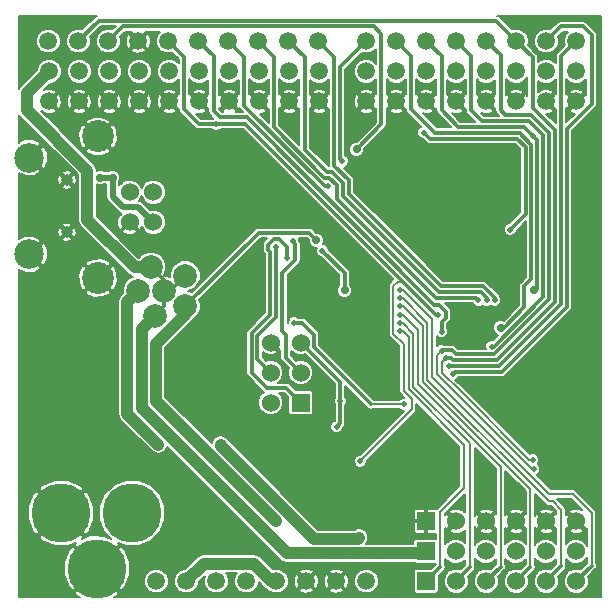
<source format=gbl>
G04 (created by PCBNEW (2013-mar-13)-testing) date T 04 juuni 2013 16:25:38 EEST*
%MOIN*%
G04 Gerber Fmt 3.4, Leading zero omitted, Abs format*
%FSLAX34Y34*%
G01*
G70*
G90*
G04 APERTURE LIST*
%ADD10C,0*%
%ADD11C,0.0590551*%
%ADD12R,0.06X0.06*%
%ADD13C,0.06*%
%ADD14C,0.0393701*%
%ADD15C,0.0984252*%
%ADD16C,0.19685*%
%ADD17C,0.0787402*%
%ADD18C,0.1063*%
%ADD19C,0.0275591*%
%ADD20C,0.019685*%
%ADD21C,0.011811*%
%ADD22C,0.0393701*%
%ADD23C,0.00787402*%
%ADD24C,0.019685*%
G04 APERTURE END LIST*
G54D10*
G54D11*
X6803Y685D03*
X7803Y685D03*
X8803Y685D03*
X9803Y685D03*
X10803Y685D03*
X11803Y685D03*
X12803Y685D03*
X5803Y685D03*
X13803Y18685D03*
X14803Y18685D03*
X15803Y18685D03*
X16803Y18685D03*
X17803Y18685D03*
X18803Y18685D03*
X19803Y18685D03*
X12803Y18685D03*
G54D12*
X14803Y685D03*
G54D13*
X15803Y685D03*
X16803Y685D03*
X17803Y685D03*
X18803Y685D03*
X19803Y685D03*
G54D11*
X3203Y18685D03*
X4203Y18685D03*
X5203Y18685D03*
X6203Y18685D03*
X7203Y18685D03*
X8203Y18685D03*
X9203Y18685D03*
X2203Y18685D03*
X10203Y18685D03*
X11203Y18685D03*
X13799Y17677D03*
X14799Y17677D03*
X15799Y17677D03*
X16799Y17677D03*
X17799Y17677D03*
X18799Y17677D03*
X19799Y17677D03*
X12799Y17677D03*
X13799Y16673D03*
X14799Y16673D03*
X15799Y16673D03*
X16799Y16673D03*
X17799Y16673D03*
X18799Y16673D03*
X19799Y16673D03*
X12799Y16673D03*
G54D12*
X14783Y1673D03*
G54D13*
X15783Y1673D03*
X16783Y1673D03*
X17783Y1673D03*
X18783Y1673D03*
X19783Y1673D03*
G54D12*
X14803Y2677D03*
G54D13*
X15803Y2677D03*
X16803Y2677D03*
X17803Y2677D03*
X18803Y2677D03*
X19803Y2677D03*
G54D11*
X3232Y17677D03*
X4232Y17677D03*
X5232Y17677D03*
X6232Y17677D03*
X7232Y17677D03*
X8232Y17677D03*
X9232Y17677D03*
X2232Y17677D03*
X10232Y17677D03*
X11232Y17677D03*
X3232Y16673D03*
X4232Y16673D03*
X5232Y16673D03*
X6232Y16673D03*
X7232Y16673D03*
X8232Y16673D03*
X9232Y16673D03*
X2232Y16673D03*
X10232Y16673D03*
X11232Y16673D03*
G54D14*
X2826Y12312D03*
X2826Y14055D03*
G54D15*
X1574Y11574D03*
X1574Y14803D03*
G54D16*
X3818Y1102D03*
X5000Y2952D03*
X2637Y2952D03*
G54D17*
X6771Y10866D03*
X6062Y10354D03*
X6771Y9842D03*
X5748Y9527D03*
X5196Y10354D03*
X5629Y11141D03*
G54D12*
X10618Y6637D03*
G54D13*
X9618Y6637D03*
X10618Y7637D03*
X9618Y7637D03*
X10618Y8637D03*
X9618Y8637D03*
X5708Y12649D03*
X5708Y13649D03*
X4921Y13649D03*
X4921Y12649D03*
G54D18*
X3858Y10787D03*
X3858Y15511D03*
G54D19*
X11141Y12047D03*
X9803Y2677D03*
X6771Y9842D03*
X12480Y15078D03*
G54D20*
X18361Y15527D03*
G54D19*
X18385Y10393D03*
G54D20*
X14724Y15629D03*
X17598Y12401D03*
X10157Y11456D03*
X9803Y11811D03*
X11811Y5826D03*
X11929Y6692D03*
X10354Y12007D03*
X18385Y4409D03*
X15314Y8366D03*
X18346Y4724D03*
X15472Y8129D03*
G54D19*
X6771Y10866D03*
X4350Y14133D03*
X3937Y14133D03*
X7952Y5236D03*
X12559Y2125D03*
X5866Y5236D03*
G54D20*
X12598Y4685D03*
X7795Y15905D03*
X15196Y9566D03*
X13149Y7716D03*
G54D19*
X12598Y9055D03*
X8188Y6259D03*
X8188Y5826D03*
X10236Y4330D03*
X10236Y5511D03*
X15354Y3937D03*
X15354Y5314D03*
X16732Y6889D03*
X17322Y6299D03*
G54D20*
X11968Y9763D03*
X13031Y6062D03*
X11614Y5629D03*
G54D19*
X11496Y4212D03*
X11968Y3740D03*
X14055Y3503D03*
X13661Y3543D03*
X17913Y6259D03*
X19803Y7283D03*
X18385Y7322D03*
X16220Y7362D03*
X17480Y11614D03*
X19803Y12992D03*
X16574Y15039D03*
X14803Y12874D03*
X15039Y11181D03*
X12519Y11181D03*
G54D20*
X11929Y11653D03*
X11929Y11968D03*
G54D19*
X11259Y11338D03*
X13582Y13779D03*
X6889Y15866D03*
X8031Y8582D03*
X8031Y8937D03*
X8031Y7716D03*
X8070Y7204D03*
X8307Y2834D03*
X8031Y3110D03*
X7755Y3385D03*
G54D20*
X8818Y11220D03*
X15314Y8996D03*
X11338Y11692D03*
G54D19*
X12086Y10374D03*
G54D20*
X11535Y13838D03*
X17086Y10039D03*
X16811Y10039D03*
X13937Y10118D03*
X12007Y14685D03*
X13937Y9015D03*
X13937Y9291D03*
X13937Y9566D03*
X13937Y9842D03*
G54D19*
X17283Y9133D03*
G54D20*
X13937Y10393D03*
X15688Y7598D03*
X16535Y10039D03*
X15551Y7854D03*
X16988Y8503D03*
X10393Y9291D03*
X14055Y6574D03*
G54D19*
X6062Y10354D03*
G54D21*
X9212Y12283D02*
X6771Y9842D01*
X10905Y12283D02*
X9212Y12283D01*
X11141Y12047D02*
X10905Y12283D01*
G54D22*
X9803Y2677D02*
X5786Y6693D01*
X5786Y6693D02*
X5786Y8581D01*
X5786Y8581D02*
X6771Y9566D01*
X6771Y9566D02*
X6771Y9842D01*
G54D21*
X13307Y15905D02*
X13307Y15984D01*
X12480Y15078D02*
X13307Y15905D01*
X4203Y18685D02*
X4691Y19173D01*
X4691Y19173D02*
X13070Y19173D01*
X13070Y19173D02*
X13307Y18937D01*
X13307Y18937D02*
X13307Y16023D01*
X18361Y15527D02*
X18503Y15385D01*
X14803Y18685D02*
X15314Y18173D01*
X18503Y10433D02*
X18385Y10393D01*
X18503Y15385D02*
X18503Y10433D01*
X18062Y15826D02*
X18361Y15527D01*
X15866Y15826D02*
X18062Y15826D01*
X15314Y16377D02*
X15866Y15826D01*
X15314Y18173D02*
X15314Y16377D01*
X10157Y11811D02*
X9881Y12086D01*
X9881Y12086D02*
X9724Y12086D01*
X9724Y12086D02*
X9527Y11889D01*
X9527Y11889D02*
X9527Y11732D01*
X9527Y11732D02*
X9606Y11653D01*
X9606Y11653D02*
X9606Y9569D01*
X9606Y9569D02*
X8976Y8939D01*
X8976Y8939D02*
X8976Y7637D01*
X8976Y7637D02*
X9488Y7125D01*
X9488Y7125D02*
X10129Y7125D01*
X10618Y6637D02*
X10129Y7125D01*
X14921Y15433D02*
X14724Y15629D01*
X17598Y12401D02*
X18110Y12913D01*
X14997Y15433D02*
X14997Y15433D01*
X17831Y15433D02*
X14997Y15433D01*
X18110Y15154D02*
X17831Y15433D01*
X18110Y12913D02*
X18110Y15154D01*
X14997Y15433D02*
X14921Y15433D01*
X10157Y11456D02*
X10157Y11811D01*
X9173Y8082D02*
X9618Y7637D01*
X9173Y8858D02*
X9173Y8082D01*
X9803Y9488D02*
X9173Y8858D01*
X9803Y11811D02*
X9803Y9488D01*
X11929Y5944D02*
X11929Y6692D01*
X11811Y5826D02*
X11929Y5944D01*
X10618Y8637D02*
X11929Y7326D01*
X11929Y7326D02*
X11929Y6692D01*
X10354Y12007D02*
X10433Y11929D01*
X10433Y11929D02*
X10433Y11377D01*
X10433Y11377D02*
X10000Y10944D01*
X10000Y10944D02*
X10000Y9015D01*
X10000Y9015D02*
X10118Y8897D01*
X10118Y8897D02*
X10118Y8137D01*
X10618Y7637D02*
X10118Y8137D01*
G54D23*
X15314Y8366D02*
X15157Y8208D01*
X18320Y4409D02*
X18385Y4409D01*
X15157Y7572D02*
X18320Y4409D01*
X15157Y8208D02*
X15157Y7572D01*
G54D21*
X16279Y8248D02*
X17066Y8248D01*
X16803Y18685D02*
X17283Y18204D01*
X17283Y16377D02*
X17283Y18204D01*
X17440Y16220D02*
X17283Y16377D01*
X18304Y16220D02*
X17440Y16220D01*
X18897Y15627D02*
X18304Y16220D01*
X18897Y13509D02*
X18897Y15627D01*
X15334Y8385D02*
X15649Y8385D01*
X15649Y8385D02*
X15787Y8248D01*
X15787Y8248D02*
X16279Y8248D01*
X15314Y8366D02*
X15334Y8385D01*
X18897Y10078D02*
X18897Y13509D01*
X17066Y8248D02*
X18897Y10078D01*
G54D23*
X15944Y7007D02*
X18228Y4724D01*
X15314Y7972D02*
X15314Y7637D01*
X15314Y7637D02*
X15944Y7007D01*
X15472Y8129D02*
X15314Y7972D01*
X18228Y4724D02*
X18346Y4724D01*
G54D21*
X17803Y18685D02*
X17118Y19370D01*
X3888Y19370D02*
X3203Y18685D01*
X17118Y19370D02*
X3888Y19370D01*
X19094Y13427D02*
X19094Y9997D01*
X17803Y18685D02*
X18346Y18141D01*
X19094Y15708D02*
X19094Y13427D01*
X18346Y16456D02*
X19094Y15708D01*
X18346Y18141D02*
X18346Y16456D01*
X15610Y8129D02*
X15688Y8051D01*
X15688Y8051D02*
X16397Y8051D01*
X15472Y8129D02*
X15610Y8129D01*
X17148Y8051D02*
X16397Y8051D01*
X19094Y9997D02*
X17148Y8051D01*
X5748Y9527D02*
X6062Y9842D01*
G54D22*
X11968Y1614D02*
X10155Y1614D01*
X14783Y1673D02*
X14724Y1614D01*
X11968Y1614D02*
X14724Y1614D01*
X5314Y9094D02*
X5748Y9527D01*
X5314Y6455D02*
X5314Y9094D01*
X10155Y1614D02*
X5314Y6455D01*
G54D24*
X5708Y12649D02*
X5208Y13149D01*
X4350Y14133D02*
X3937Y14133D01*
X4350Y13503D02*
X4350Y14133D01*
X4704Y13149D02*
X4350Y13503D01*
X5208Y13149D02*
X4704Y13149D01*
G54D21*
X5629Y11141D02*
X6062Y10708D01*
G54D22*
X3503Y12716D02*
X5078Y11141D01*
X3503Y12716D02*
X3503Y14370D01*
X3503Y14370D02*
X1496Y16377D01*
X1496Y16377D02*
X1496Y16940D01*
X2232Y17677D02*
X1496Y16940D01*
X5078Y11141D02*
X5629Y11141D01*
X7952Y5195D02*
X7952Y5236D01*
X11061Y2086D02*
X7952Y5195D01*
X12519Y2086D02*
X11061Y2086D01*
X12559Y2125D02*
X12519Y2086D01*
X5196Y10354D02*
X4842Y10000D01*
X4842Y6259D02*
X5866Y5236D01*
X4842Y10000D02*
X4842Y6259D01*
G54D23*
X13700Y10511D02*
X13858Y10669D01*
X12598Y4685D02*
X14318Y6404D01*
X14318Y6404D02*
X14318Y6759D01*
X14318Y6759D02*
X14055Y7021D01*
X14055Y7021D02*
X14055Y8582D01*
X14055Y8582D02*
X13700Y8937D01*
X13700Y8937D02*
X13700Y10511D01*
X13858Y10669D02*
X14026Y10669D01*
X7795Y15905D02*
X7795Y15925D01*
X7795Y15925D02*
X7795Y15905D01*
X7795Y15905D02*
X7795Y15925D01*
G54D21*
X15196Y9566D02*
X15129Y9566D01*
X6732Y18155D02*
X6203Y18685D01*
X6732Y16417D02*
X6732Y18155D01*
X7224Y15925D02*
X6732Y16417D01*
X8771Y15925D02*
X7795Y15925D01*
X7795Y15925D02*
X7224Y15925D01*
X15129Y9566D02*
X14026Y10669D01*
X14026Y10669D02*
X8771Y15925D01*
X13149Y7716D02*
X13149Y8503D01*
X13149Y8503D02*
X12598Y9055D01*
X8188Y5826D02*
X9921Y5826D01*
X8188Y6259D02*
X8188Y5826D01*
X9921Y5826D02*
X10236Y5511D01*
X15354Y5314D02*
X15354Y3937D01*
X17322Y6299D02*
X16732Y6889D01*
X13700Y3503D02*
X14055Y3503D01*
X13661Y3543D02*
X13700Y3503D01*
G54D23*
X11929Y11968D02*
X11929Y11653D01*
G54D21*
X8031Y8937D02*
X8031Y8582D01*
X8031Y7244D02*
X8031Y7716D01*
X8070Y7204D02*
X8031Y7244D01*
X7755Y3385D02*
X8031Y3110D01*
X7913Y16141D02*
X8832Y16141D01*
X7913Y16141D02*
X7716Y16338D01*
X7716Y16338D02*
X7716Y18171D01*
X7203Y18685D02*
X7716Y18171D01*
X15314Y9330D02*
X15452Y9468D01*
X15452Y9468D02*
X15452Y9665D01*
X15452Y9665D02*
X15216Y9901D01*
X15314Y8996D02*
X15314Y9330D01*
X15073Y9901D02*
X15216Y9901D01*
X8832Y16141D02*
X15073Y9901D01*
X11338Y11692D02*
X12086Y10944D01*
X12086Y10944D02*
X12086Y10885D01*
X12086Y10885D02*
X12086Y10374D01*
X8203Y18685D02*
X8720Y18167D01*
X11414Y13838D02*
X11535Y13838D01*
X8720Y16532D02*
X11414Y13838D01*
X8720Y18167D02*
X8720Y16532D01*
X17086Y10120D02*
X17086Y10039D01*
X16695Y10511D02*
X17086Y10120D01*
X15297Y10511D02*
X16695Y10511D01*
X12213Y13596D02*
X15297Y10511D01*
X11732Y18155D02*
X11732Y14533D01*
X11732Y14533D02*
X12213Y14052D01*
X12213Y14052D02*
X12213Y13596D01*
X11203Y18685D02*
X11732Y18155D01*
X15216Y10314D02*
X16614Y10314D01*
X10748Y18140D02*
X10748Y15061D01*
X10748Y15061D02*
X11479Y14330D01*
X11479Y14330D02*
X11656Y14330D01*
X11656Y14330D02*
X12016Y13970D01*
X12016Y13970D02*
X12016Y13515D01*
X12016Y13515D02*
X15216Y10314D01*
X10203Y18685D02*
X10748Y18140D01*
X16811Y10118D02*
X16811Y10039D01*
X16614Y10314D02*
X16811Y10118D01*
G54D23*
X14842Y7401D02*
X18897Y3346D01*
X14842Y7401D02*
X14842Y9296D01*
X14842Y9296D02*
X14021Y10118D01*
X14021Y10118D02*
X13937Y10118D01*
G54D21*
X19291Y1173D02*
X18803Y685D01*
G54D23*
X19015Y3346D02*
X18897Y3346D01*
X19291Y3070D02*
X19015Y3346D01*
X19291Y1173D02*
X19291Y3070D01*
G54D21*
X12803Y18685D02*
X11929Y17811D01*
X11929Y14763D02*
X12007Y14685D01*
X11929Y17811D02*
X11929Y14763D01*
X14803Y685D02*
X15275Y1157D01*
G54D23*
X14010Y9015D02*
X13937Y9015D01*
X14212Y8813D02*
X14010Y9015D01*
X14212Y7086D02*
X14212Y8813D01*
X16062Y5236D02*
X14212Y7086D01*
X16062Y3779D02*
X16062Y5236D01*
X15275Y2992D02*
X16062Y3779D01*
X15275Y1157D02*
X15275Y2992D01*
G54D21*
X15803Y685D02*
X16259Y1141D01*
G54D23*
X14012Y9291D02*
X13937Y9291D01*
X14370Y8934D02*
X14012Y9291D01*
X14370Y7165D02*
X14370Y8934D01*
X16259Y5275D02*
X14370Y7165D01*
X16259Y1141D02*
X16259Y5275D01*
X14527Y7244D02*
X14527Y9055D01*
X17283Y1165D02*
X17283Y4488D01*
X17283Y4488D02*
X14527Y7244D01*
G54D21*
X16803Y685D02*
X17283Y1165D01*
G54D23*
X14527Y9055D02*
X14015Y9566D01*
X14015Y9566D02*
X13937Y9566D01*
X14685Y7322D02*
X14685Y9176D01*
X14685Y9176D02*
X14018Y9842D01*
X14018Y9842D02*
X13937Y9842D01*
G54D21*
X18267Y1149D02*
X17803Y685D01*
G54D23*
X18267Y3740D02*
X14685Y7322D01*
X18267Y1149D02*
X18267Y3740D01*
G54D21*
X13803Y18685D02*
X14291Y18196D01*
X17395Y9133D02*
X17283Y9133D01*
X18070Y9808D02*
X17395Y9133D01*
X18070Y10511D02*
X18070Y9808D01*
X18307Y10748D02*
X18070Y10511D01*
X18307Y15236D02*
X18307Y10748D01*
X17913Y15629D02*
X18307Y15236D01*
X15078Y15629D02*
X17913Y15629D01*
X14291Y16417D02*
X15078Y15629D01*
X14291Y18196D02*
X14291Y16417D01*
G54D23*
X15000Y7480D02*
X18897Y3582D01*
G54D21*
X19803Y685D02*
X20314Y1196D01*
G54D23*
X20314Y1196D02*
X20314Y2952D01*
X20314Y2952D02*
X19685Y3582D01*
X19685Y3582D02*
X18897Y3582D01*
X15000Y7480D02*
X15000Y9417D01*
X15000Y9417D02*
X14024Y10393D01*
X14024Y10393D02*
X13937Y10393D01*
G54D21*
X19488Y9834D02*
X17311Y7657D01*
X17311Y7657D02*
X15748Y7657D01*
X15748Y7657D02*
X15688Y7598D01*
X19291Y19173D02*
X18803Y18685D01*
X20039Y19173D02*
X19291Y19173D01*
X20314Y18897D02*
X20039Y19173D01*
X20314Y16574D02*
X20314Y18897D01*
X19488Y15748D02*
X20314Y16574D01*
X19488Y13264D02*
X19488Y15748D01*
X19488Y13264D02*
X19488Y9834D01*
X15134Y10118D02*
X16456Y10118D01*
X9724Y18163D02*
X9724Y15806D01*
X9724Y15806D02*
X11397Y14133D01*
X11397Y14133D02*
X11574Y14133D01*
X11574Y14133D02*
X11819Y13889D01*
X11819Y13889D02*
X11819Y13433D01*
X11819Y13433D02*
X15134Y10118D01*
X9203Y18685D02*
X9724Y18163D01*
X16456Y10118D02*
X16535Y10039D01*
X16417Y7854D02*
X17230Y7854D01*
X19291Y18173D02*
X19291Y13346D01*
X19803Y18685D02*
X19291Y18173D01*
X16417Y7854D02*
X15551Y7854D01*
X19291Y9915D02*
X19291Y13346D01*
X17230Y7854D02*
X19291Y9915D01*
X17044Y8503D02*
X18700Y10160D01*
X16988Y8503D02*
X17044Y8503D01*
X16299Y18188D02*
X15803Y18685D01*
X16299Y16377D02*
X16299Y18188D01*
X16653Y16023D02*
X16299Y16377D01*
X18222Y16023D02*
X16653Y16023D01*
X18700Y15545D02*
X18222Y16023D01*
X18700Y10160D02*
X18700Y15545D01*
X12959Y6574D02*
X12880Y6653D01*
X10393Y9291D02*
X10669Y9291D01*
X12880Y6653D02*
X11062Y8471D01*
X11062Y8897D02*
X11062Y8471D01*
X10669Y9291D02*
X11062Y8897D01*
G54D23*
X14055Y6574D02*
X12959Y6574D01*
G54D21*
X6062Y9842D02*
X6062Y10354D01*
X6771Y10866D02*
X6259Y10354D01*
X6259Y10354D02*
X6062Y10354D01*
X6062Y10708D02*
X6062Y10354D01*
G54D22*
X9803Y685D02*
X9629Y685D01*
X7377Y1259D02*
X6803Y685D01*
X9055Y1259D02*
X7377Y1259D01*
X9629Y685D02*
X9055Y1259D01*
G54D10*
G36*
X7702Y16102D02*
X7297Y16102D01*
X7129Y16270D01*
X7172Y16255D01*
X7336Y16264D01*
X7447Y16310D01*
X7480Y16369D01*
X7232Y16617D01*
X7226Y16612D01*
X7171Y16667D01*
X7176Y16673D01*
X6928Y16921D01*
X6909Y16910D01*
X6909Y17415D01*
X6997Y17326D01*
X7149Y17263D01*
X7314Y17263D01*
X7466Y17326D01*
X7539Y17399D01*
X7539Y16919D01*
X7535Y16921D01*
X7480Y16866D01*
X7480Y16976D01*
X7447Y17035D01*
X7292Y17090D01*
X7127Y17081D01*
X7017Y17035D01*
X6984Y16976D01*
X7232Y16728D01*
X7480Y16976D01*
X7480Y16866D01*
X7287Y16673D01*
X7535Y16424D01*
X7539Y16426D01*
X7539Y16338D01*
X7552Y16270D01*
X7591Y16213D01*
X7702Y16102D01*
X7702Y16102D01*
G37*
G54D23*
X7702Y16102D02*
X7297Y16102D01*
X7129Y16270D01*
X7172Y16255D01*
X7336Y16264D01*
X7447Y16310D01*
X7480Y16369D01*
X7232Y16617D01*
X7226Y16612D01*
X7171Y16667D01*
X7176Y16673D01*
X6928Y16921D01*
X6909Y16910D01*
X6909Y17415D01*
X6997Y17326D01*
X7149Y17263D01*
X7314Y17263D01*
X7466Y17326D01*
X7539Y17399D01*
X7539Y16919D01*
X7535Y16921D01*
X7480Y16866D01*
X7480Y16976D01*
X7447Y17035D01*
X7292Y17090D01*
X7127Y17081D01*
X7017Y17035D01*
X6984Y16976D01*
X7232Y16728D01*
X7480Y16976D01*
X7480Y16866D01*
X7287Y16673D01*
X7535Y16424D01*
X7539Y16426D01*
X7539Y16338D01*
X7552Y16270D01*
X7591Y16213D01*
X7702Y16102D01*
G54D10*
G36*
X8683Y16318D02*
X8452Y16318D01*
X8480Y16369D01*
X8232Y16617D01*
X7984Y16369D01*
X8012Y16318D01*
X7986Y16318D01*
X7893Y16411D01*
X7893Y16444D01*
X7928Y16424D01*
X8176Y16673D01*
X7928Y16921D01*
X7893Y16901D01*
X7893Y17431D01*
X7997Y17326D01*
X8149Y17263D01*
X8314Y17263D01*
X8466Y17326D01*
X8543Y17403D01*
X8543Y16917D01*
X8535Y16921D01*
X8480Y16866D01*
X8480Y16976D01*
X8447Y17035D01*
X8292Y17090D01*
X8127Y17081D01*
X8017Y17035D01*
X7984Y16976D01*
X8232Y16728D01*
X8480Y16976D01*
X8480Y16866D01*
X8287Y16673D01*
X8535Y16424D01*
X8570Y16444D01*
X8595Y16407D01*
X8683Y16318D01*
X8683Y16318D01*
G37*
G54D23*
X8683Y16318D02*
X8452Y16318D01*
X8480Y16369D01*
X8232Y16617D01*
X7984Y16369D01*
X8012Y16318D01*
X7986Y16318D01*
X7893Y16411D01*
X7893Y16444D01*
X7928Y16424D01*
X8176Y16673D01*
X7928Y16921D01*
X7893Y16901D01*
X7893Y17431D01*
X7997Y17326D01*
X8149Y17263D01*
X8314Y17263D01*
X8466Y17326D01*
X8543Y17403D01*
X8543Y16917D01*
X8535Y16921D01*
X8480Y16866D01*
X8480Y16976D01*
X8447Y17035D01*
X8292Y17090D01*
X8127Y17081D01*
X8017Y17035D01*
X7984Y16976D01*
X8232Y16728D01*
X8480Y16976D01*
X8480Y16866D01*
X8287Y16673D01*
X8535Y16424D01*
X8570Y16444D01*
X8595Y16407D01*
X8683Y16318D01*
G54D10*
G36*
X9547Y15956D02*
X9243Y16259D01*
X9336Y16264D01*
X9447Y16310D01*
X9480Y16369D01*
X9232Y16617D01*
X9226Y16612D01*
X9171Y16667D01*
X9176Y16673D01*
X8928Y16921D01*
X8897Y16904D01*
X8897Y17427D01*
X8997Y17326D01*
X9149Y17263D01*
X9314Y17263D01*
X9466Y17326D01*
X9547Y17407D01*
X9547Y16915D01*
X9535Y16921D01*
X9480Y16866D01*
X9480Y16976D01*
X9447Y17035D01*
X9292Y17090D01*
X9127Y17081D01*
X9017Y17035D01*
X8984Y16976D01*
X9232Y16728D01*
X9480Y16976D01*
X9480Y16866D01*
X9287Y16673D01*
X9535Y16424D01*
X9547Y16431D01*
X9547Y15956D01*
X9547Y15956D01*
G37*
G54D23*
X9547Y15956D02*
X9243Y16259D01*
X9336Y16264D01*
X9447Y16310D01*
X9480Y16369D01*
X9232Y16617D01*
X9226Y16612D01*
X9171Y16667D01*
X9176Y16673D01*
X8928Y16921D01*
X8897Y16904D01*
X8897Y17427D01*
X8997Y17326D01*
X9149Y17263D01*
X9314Y17263D01*
X9466Y17326D01*
X9547Y17407D01*
X9547Y16915D01*
X9535Y16921D01*
X9480Y16866D01*
X9480Y16976D01*
X9447Y17035D01*
X9292Y17090D01*
X9127Y17081D01*
X9017Y17035D01*
X8984Y16976D01*
X9232Y16728D01*
X9480Y16976D01*
X9480Y16866D01*
X9287Y16673D01*
X9535Y16424D01*
X9547Y16431D01*
X9547Y15956D01*
G54D10*
G36*
X10570Y15211D02*
X10480Y15301D01*
X10480Y16369D01*
X10232Y16617D01*
X9984Y16369D01*
X10017Y16310D01*
X10172Y16255D01*
X10336Y16264D01*
X10447Y16310D01*
X10480Y16369D01*
X10480Y15301D01*
X9901Y15880D01*
X9901Y16440D01*
X9928Y16424D01*
X10176Y16673D01*
X9928Y16921D01*
X9901Y16906D01*
X9901Y17423D01*
X9997Y17326D01*
X10149Y17263D01*
X10314Y17263D01*
X10466Y17326D01*
X10570Y17431D01*
X10570Y16901D01*
X10535Y16921D01*
X10480Y16866D01*
X10480Y16976D01*
X10447Y17035D01*
X10292Y17090D01*
X10127Y17081D01*
X10017Y17035D01*
X9984Y16976D01*
X10232Y16728D01*
X10480Y16976D01*
X10480Y16866D01*
X10287Y16673D01*
X10535Y16424D01*
X10570Y16444D01*
X10570Y15211D01*
X10570Y15211D01*
G37*
G54D23*
X10570Y15211D02*
X10480Y15301D01*
X10480Y16369D01*
X10232Y16617D01*
X9984Y16369D01*
X10017Y16310D01*
X10172Y16255D01*
X10336Y16264D01*
X10447Y16310D01*
X10480Y16369D01*
X10480Y15301D01*
X9901Y15880D01*
X9901Y16440D01*
X9928Y16424D01*
X10176Y16673D01*
X9928Y16921D01*
X9901Y16906D01*
X9901Y17423D01*
X9997Y17326D01*
X10149Y17263D01*
X10314Y17263D01*
X10466Y17326D01*
X10570Y17431D01*
X10570Y16901D01*
X10535Y16921D01*
X10480Y16866D01*
X10480Y16976D01*
X10447Y17035D01*
X10292Y17090D01*
X10127Y17081D01*
X10017Y17035D01*
X9984Y16976D01*
X10232Y16728D01*
X10480Y16976D01*
X10480Y16866D01*
X10287Y16673D01*
X10535Y16424D01*
X10570Y16444D01*
X10570Y15211D01*
G54D10*
G36*
X11560Y14507D02*
X11552Y14507D01*
X11480Y14579D01*
X11480Y16369D01*
X11232Y16617D01*
X10984Y16369D01*
X11017Y16310D01*
X11172Y16255D01*
X11336Y16264D01*
X11447Y16310D01*
X11480Y16369D01*
X11480Y14579D01*
X10925Y15135D01*
X10925Y16426D01*
X10928Y16424D01*
X11176Y16673D01*
X10928Y16921D01*
X10925Y16919D01*
X10925Y17399D01*
X10997Y17326D01*
X11149Y17263D01*
X11314Y17263D01*
X11466Y17326D01*
X11555Y17415D01*
X11555Y16910D01*
X11535Y16921D01*
X11480Y16866D01*
X11480Y16976D01*
X11447Y17035D01*
X11292Y17090D01*
X11127Y17081D01*
X11017Y17035D01*
X10984Y16976D01*
X11232Y16728D01*
X11480Y16976D01*
X11480Y16866D01*
X11287Y16673D01*
X11535Y16424D01*
X11555Y16435D01*
X11555Y14533D01*
X11560Y14507D01*
X11560Y14507D01*
G37*
G54D23*
X11560Y14507D02*
X11552Y14507D01*
X11480Y14579D01*
X11480Y16369D01*
X11232Y16617D01*
X10984Y16369D01*
X11017Y16310D01*
X11172Y16255D01*
X11336Y16264D01*
X11447Y16310D01*
X11480Y16369D01*
X11480Y14579D01*
X10925Y15135D01*
X10925Y16426D01*
X10928Y16424D01*
X11176Y16673D01*
X10928Y16921D01*
X10925Y16919D01*
X10925Y17399D01*
X10997Y17326D01*
X11149Y17263D01*
X11314Y17263D01*
X11466Y17326D01*
X11555Y17415D01*
X11555Y16910D01*
X11535Y16921D01*
X11480Y16866D01*
X11480Y16976D01*
X11447Y17035D01*
X11292Y17090D01*
X11127Y17081D01*
X11017Y17035D01*
X10984Y16976D01*
X11232Y16728D01*
X11480Y16976D01*
X11480Y16866D01*
X11287Y16673D01*
X11535Y16424D01*
X11555Y16435D01*
X11555Y14533D01*
X11560Y14507D01*
G54D10*
G36*
X14063Y6791D02*
X14012Y6791D01*
X13932Y6758D01*
X13906Y6732D01*
X13052Y6732D01*
X13006Y6778D01*
X11240Y8544D01*
X11240Y8897D01*
X11226Y8965D01*
X11188Y9022D01*
X10794Y9416D01*
X10737Y9455D01*
X10669Y9468D01*
X10522Y9468D01*
X10516Y9474D01*
X10436Y9507D01*
X10350Y9507D01*
X10271Y9475D01*
X10210Y9414D01*
X10177Y9334D01*
X10177Y9292D01*
X10177Y10871D01*
X10558Y11252D01*
X10596Y11310D01*
X10596Y11310D01*
X10610Y11377D01*
X10610Y11929D01*
X10610Y11929D01*
X10596Y11996D01*
X10570Y12035D01*
X10570Y12050D01*
X10548Y12105D01*
X10832Y12105D01*
X10885Y12052D01*
X10885Y11996D01*
X10924Y11902D01*
X10996Y11830D01*
X11090Y11791D01*
X11144Y11791D01*
X11122Y11736D01*
X11122Y11650D01*
X11154Y11570D01*
X11215Y11509D01*
X11295Y11476D01*
X11304Y11476D01*
X11909Y10871D01*
X11909Y10558D01*
X11869Y10519D01*
X11830Y10425D01*
X11830Y10323D01*
X11869Y10229D01*
X11941Y10157D01*
X12035Y10118D01*
X12137Y10118D01*
X12231Y10156D01*
X12303Y10228D01*
X12342Y10322D01*
X12342Y10424D01*
X12303Y10518D01*
X12263Y10558D01*
X12263Y10885D01*
X12263Y10944D01*
X12263Y10944D01*
X12250Y11012D01*
X12211Y11070D01*
X12211Y11070D01*
X11555Y11726D01*
X11555Y11735D01*
X11522Y11815D01*
X11461Y11876D01*
X11381Y11909D01*
X11361Y11909D01*
X11397Y11996D01*
X11397Y12097D01*
X11358Y12192D01*
X11286Y12264D01*
X11192Y12303D01*
X11136Y12303D01*
X11031Y12408D01*
X10973Y12446D01*
X10905Y12460D01*
X9212Y12460D01*
X9144Y12446D01*
X9086Y12408D01*
X6986Y10307D01*
X6873Y10354D01*
X6873Y10354D01*
X7061Y10431D01*
X7205Y10575D01*
X7283Y10763D01*
X7283Y10967D01*
X7205Y11155D01*
X7061Y11299D01*
X6873Y11377D01*
X6670Y11378D01*
X6482Y11300D01*
X6480Y11298D01*
X6480Y16369D01*
X6232Y16617D01*
X6176Y16562D01*
X6176Y16673D01*
X5928Y16921D01*
X5869Y16888D01*
X5814Y16733D01*
X5823Y16568D01*
X5869Y16458D01*
X5928Y16424D01*
X6176Y16673D01*
X6176Y16562D01*
X5984Y16369D01*
X6017Y16310D01*
X6172Y16255D01*
X6336Y16264D01*
X6447Y16310D01*
X6480Y16369D01*
X6480Y11298D01*
X6338Y11156D01*
X6259Y10968D01*
X6259Y10826D01*
X6165Y10866D01*
X6069Y10866D01*
X6141Y11039D01*
X6141Y11243D01*
X6064Y11431D01*
X5920Y11575D01*
X5732Y11653D01*
X5528Y11653D01*
X5340Y11575D01*
X5220Y11456D01*
X5209Y11456D01*
X5172Y11492D01*
X5172Y12342D01*
X4921Y12594D01*
X4865Y12538D01*
X4669Y12342D01*
X4703Y12282D01*
X4860Y12227D01*
X5026Y12236D01*
X5139Y12282D01*
X5172Y12342D01*
X5172Y11492D01*
X3818Y12846D01*
X3818Y13905D01*
X3885Y13877D01*
X3987Y13877D01*
X4081Y13916D01*
X4082Y13917D01*
X4133Y13917D01*
X4133Y13503D01*
X4150Y13421D01*
X4197Y13350D01*
X4551Y12996D01*
X4620Y12950D01*
X4592Y12923D01*
X4614Y12901D01*
X4554Y12867D01*
X4499Y12710D01*
X4507Y12544D01*
X4554Y12431D01*
X4614Y12397D01*
X4865Y12649D01*
X4860Y12655D01*
X4915Y12710D01*
X4921Y12704D01*
X4926Y12710D01*
X4982Y12655D01*
X4976Y12649D01*
X5228Y12397D01*
X5287Y12431D01*
X5314Y12507D01*
X5353Y12413D01*
X5471Y12295D01*
X5624Y12231D01*
X5791Y12231D01*
X5944Y12294D01*
X6062Y12412D01*
X6126Y12566D01*
X6126Y12732D01*
X6062Y12886D01*
X5945Y13003D01*
X5791Y13067D01*
X5625Y13067D01*
X5604Y13059D01*
X5361Y13302D01*
X5291Y13349D01*
X5225Y13362D01*
X5275Y13412D01*
X5314Y13507D01*
X5353Y13413D01*
X5471Y13295D01*
X5624Y13231D01*
X5791Y13231D01*
X5944Y13294D01*
X6062Y13412D01*
X6126Y13566D01*
X6126Y13732D01*
X6062Y13886D01*
X5945Y14003D01*
X5791Y14067D01*
X5649Y14067D01*
X5649Y16613D01*
X5645Y16687D01*
X5645Y17759D01*
X5620Y17819D01*
X5620Y18625D01*
X5611Y18789D01*
X5565Y18900D01*
X5506Y18933D01*
X5258Y18685D01*
X5506Y18436D01*
X5565Y18469D01*
X5620Y18625D01*
X5620Y17819D01*
X5582Y17911D01*
X5466Y18027D01*
X5451Y18033D01*
X5451Y18381D01*
X5203Y18629D01*
X5147Y18574D01*
X5147Y18685D01*
X4899Y18933D01*
X4840Y18900D01*
X4785Y18745D01*
X4794Y18580D01*
X4840Y18469D01*
X4899Y18436D01*
X5147Y18685D01*
X5147Y18574D01*
X4954Y18381D01*
X4987Y18322D01*
X5143Y18267D01*
X5307Y18276D01*
X5418Y18322D01*
X5451Y18381D01*
X5451Y18033D01*
X5314Y18090D01*
X5150Y18090D01*
X4998Y18027D01*
X4882Y17911D01*
X4818Y17759D01*
X4818Y17595D01*
X4881Y17443D01*
X4997Y17326D01*
X5149Y17263D01*
X5314Y17263D01*
X5466Y17326D01*
X5582Y17442D01*
X5645Y17594D01*
X5645Y17759D01*
X5645Y16687D01*
X5640Y16777D01*
X5595Y16888D01*
X5535Y16921D01*
X5480Y16866D01*
X5480Y16976D01*
X5447Y17035D01*
X5292Y17090D01*
X5127Y17081D01*
X5017Y17035D01*
X4984Y16976D01*
X5232Y16728D01*
X5480Y16976D01*
X5480Y16866D01*
X5287Y16673D01*
X5535Y16424D01*
X5595Y16458D01*
X5649Y16613D01*
X5649Y14067D01*
X5625Y14067D01*
X5480Y14007D01*
X5480Y16369D01*
X5232Y16617D01*
X5176Y16562D01*
X5176Y16673D01*
X4928Y16921D01*
X4869Y16888D01*
X4814Y16733D01*
X4823Y16568D01*
X4869Y16458D01*
X4928Y16424D01*
X5176Y16673D01*
X5176Y16562D01*
X4984Y16369D01*
X5017Y16310D01*
X5172Y16255D01*
X5336Y16264D01*
X5447Y16310D01*
X5480Y16369D01*
X5480Y14007D01*
X5471Y14004D01*
X5354Y13886D01*
X5314Y13792D01*
X5275Y13886D01*
X5158Y14003D01*
X5004Y14067D01*
X4838Y14067D01*
X4684Y14004D01*
X4649Y13969D01*
X4649Y16613D01*
X4645Y16687D01*
X4645Y17759D01*
X4582Y17911D01*
X4466Y18027D01*
X4314Y18090D01*
X4150Y18090D01*
X3998Y18027D01*
X3882Y17911D01*
X3818Y17759D01*
X3818Y17595D01*
X3881Y17443D01*
X3997Y17326D01*
X4149Y17263D01*
X4314Y17263D01*
X4466Y17326D01*
X4582Y17442D01*
X4645Y17594D01*
X4645Y17759D01*
X4645Y16687D01*
X4640Y16777D01*
X4595Y16888D01*
X4535Y16921D01*
X4480Y16866D01*
X4480Y16976D01*
X4447Y17035D01*
X4292Y17090D01*
X4127Y17081D01*
X4017Y17035D01*
X3984Y16976D01*
X4232Y16728D01*
X4480Y16976D01*
X4480Y16866D01*
X4287Y16673D01*
X4535Y16424D01*
X4595Y16458D01*
X4649Y16613D01*
X4649Y13969D01*
X4567Y13886D01*
X4566Y13886D01*
X4566Y13988D01*
X4567Y13988D01*
X4606Y14082D01*
X4606Y14184D01*
X4567Y14278D01*
X4510Y14335D01*
X4510Y15395D01*
X4505Y15653D01*
X4480Y15713D01*
X4480Y16369D01*
X4232Y16617D01*
X4176Y16562D01*
X4176Y16673D01*
X3928Y16921D01*
X3869Y16888D01*
X3814Y16733D01*
X3823Y16568D01*
X3869Y16458D01*
X3928Y16424D01*
X4176Y16673D01*
X4176Y16562D01*
X3984Y16369D01*
X4017Y16310D01*
X4172Y16255D01*
X4336Y16264D01*
X4447Y16310D01*
X4480Y16369D01*
X4480Y15713D01*
X4416Y15868D01*
X4332Y15930D01*
X4277Y15875D01*
X4277Y15986D01*
X4215Y16069D01*
X3974Y16163D01*
X3716Y16158D01*
X3649Y16131D01*
X3649Y16613D01*
X3645Y16687D01*
X3645Y17759D01*
X3582Y17911D01*
X3466Y18027D01*
X3314Y18090D01*
X3150Y18090D01*
X2998Y18027D01*
X2882Y17911D01*
X2818Y17759D01*
X2818Y17595D01*
X2881Y17443D01*
X2997Y17326D01*
X3149Y17263D01*
X3314Y17263D01*
X3466Y17326D01*
X3582Y17442D01*
X3645Y17594D01*
X3645Y17759D01*
X3645Y16687D01*
X3640Y16777D01*
X3595Y16888D01*
X3535Y16921D01*
X3480Y16866D01*
X3480Y16976D01*
X3447Y17035D01*
X3292Y17090D01*
X3127Y17081D01*
X3017Y17035D01*
X2984Y16976D01*
X3232Y16728D01*
X3480Y16976D01*
X3480Y16866D01*
X3287Y16673D01*
X3535Y16424D01*
X3595Y16458D01*
X3649Y16613D01*
X3649Y16131D01*
X3501Y16069D01*
X3480Y16041D01*
X3480Y16369D01*
X3232Y16617D01*
X3176Y16562D01*
X3176Y16673D01*
X2928Y16921D01*
X2869Y16888D01*
X2814Y16733D01*
X2823Y16568D01*
X2869Y16458D01*
X2928Y16424D01*
X3176Y16673D01*
X3176Y16562D01*
X2984Y16369D01*
X3017Y16310D01*
X3172Y16255D01*
X3336Y16264D01*
X3447Y16310D01*
X3480Y16369D01*
X3480Y16041D01*
X3439Y15986D01*
X3858Y15566D01*
X4277Y15986D01*
X4277Y15875D01*
X3913Y15511D01*
X4332Y15092D01*
X4416Y15154D01*
X4510Y15395D01*
X4510Y14335D01*
X4495Y14350D01*
X4401Y14389D01*
X4299Y14389D01*
X4277Y14380D01*
X4277Y15037D01*
X3858Y15456D01*
X3802Y15400D01*
X3802Y15511D01*
X3383Y15930D01*
X3300Y15868D01*
X3205Y15627D01*
X3211Y15369D01*
X3300Y15154D01*
X3383Y15092D01*
X3802Y15511D01*
X3802Y15400D01*
X3439Y15037D01*
X3501Y14953D01*
X3741Y14859D01*
X4000Y14864D01*
X4215Y14953D01*
X4277Y15037D01*
X4277Y14380D01*
X4205Y14350D01*
X4205Y14350D01*
X4082Y14350D01*
X4082Y14350D01*
X3988Y14389D01*
X3886Y14389D01*
X3818Y14361D01*
X3818Y14370D01*
X3794Y14490D01*
X3726Y14592D01*
X3726Y14592D01*
X2649Y15669D01*
X2649Y16613D01*
X2640Y16777D01*
X2595Y16888D01*
X2535Y16921D01*
X2287Y16673D01*
X2535Y16424D01*
X2595Y16458D01*
X2649Y16613D01*
X2649Y15669D01*
X2480Y15838D01*
X1966Y16352D01*
X1984Y16369D01*
X2017Y16310D01*
X2172Y16255D01*
X2336Y16264D01*
X2447Y16310D01*
X2480Y16369D01*
X2232Y16617D01*
X2226Y16612D01*
X2171Y16667D01*
X2176Y16673D01*
X2171Y16678D01*
X2226Y16734D01*
X2232Y16728D01*
X2480Y16976D01*
X2447Y17035D01*
X2292Y17090D01*
X2127Y17081D01*
X2050Y17049D01*
X2264Y17263D01*
X2314Y17263D01*
X2466Y17326D01*
X2582Y17442D01*
X2645Y17594D01*
X2645Y17759D01*
X2616Y17829D01*
X2616Y18766D01*
X2553Y18918D01*
X2437Y19035D01*
X2285Y19098D01*
X2121Y19098D01*
X1969Y19035D01*
X1852Y18919D01*
X1789Y18767D01*
X1789Y18603D01*
X1852Y18451D01*
X1968Y18334D01*
X2120Y18271D01*
X2285Y18271D01*
X2437Y18334D01*
X2553Y18450D01*
X2616Y18602D01*
X2616Y18766D01*
X2616Y17829D01*
X2582Y17911D01*
X2466Y18027D01*
X2314Y18090D01*
X2150Y18090D01*
X1998Y18027D01*
X1882Y17911D01*
X1818Y17759D01*
X1818Y17709D01*
X1273Y17163D01*
X1222Y17087D01*
X1222Y19537D01*
X3838Y19537D01*
X3820Y19533D01*
X3762Y19495D01*
X3342Y19074D01*
X3285Y19098D01*
X3121Y19098D01*
X2969Y19035D01*
X2852Y18919D01*
X2789Y18767D01*
X2789Y18603D01*
X2852Y18451D01*
X2968Y18334D01*
X3120Y18271D01*
X3285Y18271D01*
X3437Y18334D01*
X3553Y18450D01*
X3616Y18602D01*
X3616Y18766D01*
X3592Y18824D01*
X3961Y19192D01*
X4460Y19192D01*
X4342Y19074D01*
X4285Y19098D01*
X4121Y19098D01*
X3969Y19035D01*
X3852Y18919D01*
X3789Y18767D01*
X3789Y18603D01*
X3852Y18451D01*
X3968Y18334D01*
X4120Y18271D01*
X4285Y18271D01*
X4437Y18334D01*
X4553Y18450D01*
X4616Y18602D01*
X4616Y18766D01*
X4592Y18824D01*
X4764Y18996D01*
X4959Y18996D01*
X4954Y18988D01*
X5203Y18740D01*
X5451Y18988D01*
X5447Y18996D01*
X5929Y18996D01*
X5852Y18919D01*
X5789Y18767D01*
X5789Y18603D01*
X5852Y18451D01*
X5968Y18334D01*
X6120Y18271D01*
X6285Y18271D01*
X6342Y18295D01*
X6555Y18082D01*
X6555Y17938D01*
X6466Y18027D01*
X6314Y18090D01*
X6150Y18090D01*
X5998Y18027D01*
X5882Y17911D01*
X5818Y17759D01*
X5818Y17595D01*
X5881Y17443D01*
X5997Y17326D01*
X6149Y17263D01*
X6314Y17263D01*
X6466Y17326D01*
X6555Y17415D01*
X6555Y16910D01*
X6535Y16921D01*
X6480Y16866D01*
X6480Y16976D01*
X6447Y17035D01*
X6292Y17090D01*
X6127Y17081D01*
X6017Y17035D01*
X5984Y16976D01*
X6232Y16728D01*
X6480Y16976D01*
X6480Y16866D01*
X6287Y16673D01*
X6535Y16424D01*
X6555Y16435D01*
X6555Y16417D01*
X6568Y16349D01*
X6607Y16292D01*
X7099Y15799D01*
X7099Y15799D01*
X7156Y15761D01*
X7224Y15748D01*
X7224Y15748D01*
X7646Y15748D01*
X7672Y15722D01*
X7752Y15689D01*
X7838Y15688D01*
X7917Y15721D01*
X7944Y15748D01*
X8697Y15748D01*
X13705Y10739D01*
X13589Y10623D01*
X13555Y10572D01*
X13543Y10511D01*
X13543Y8937D01*
X13555Y8876D01*
X13589Y8825D01*
X13898Y8517D01*
X13898Y7021D01*
X13910Y6961D01*
X13944Y6910D01*
X14063Y6791D01*
X14063Y6791D01*
G37*
G54D23*
X14063Y6791D02*
X14012Y6791D01*
X13932Y6758D01*
X13906Y6732D01*
X13052Y6732D01*
X13006Y6778D01*
X11240Y8544D01*
X11240Y8897D01*
X11226Y8965D01*
X11188Y9022D01*
X10794Y9416D01*
X10737Y9455D01*
X10669Y9468D01*
X10522Y9468D01*
X10516Y9474D01*
X10436Y9507D01*
X10350Y9507D01*
X10271Y9475D01*
X10210Y9414D01*
X10177Y9334D01*
X10177Y9292D01*
X10177Y10871D01*
X10558Y11252D01*
X10596Y11310D01*
X10596Y11310D01*
X10610Y11377D01*
X10610Y11929D01*
X10610Y11929D01*
X10596Y11996D01*
X10570Y12035D01*
X10570Y12050D01*
X10548Y12105D01*
X10832Y12105D01*
X10885Y12052D01*
X10885Y11996D01*
X10924Y11902D01*
X10996Y11830D01*
X11090Y11791D01*
X11144Y11791D01*
X11122Y11736D01*
X11122Y11650D01*
X11154Y11570D01*
X11215Y11509D01*
X11295Y11476D01*
X11304Y11476D01*
X11909Y10871D01*
X11909Y10558D01*
X11869Y10519D01*
X11830Y10425D01*
X11830Y10323D01*
X11869Y10229D01*
X11941Y10157D01*
X12035Y10118D01*
X12137Y10118D01*
X12231Y10156D01*
X12303Y10228D01*
X12342Y10322D01*
X12342Y10424D01*
X12303Y10518D01*
X12263Y10558D01*
X12263Y10885D01*
X12263Y10944D01*
X12263Y10944D01*
X12250Y11012D01*
X12211Y11070D01*
X12211Y11070D01*
X11555Y11726D01*
X11555Y11735D01*
X11522Y11815D01*
X11461Y11876D01*
X11381Y11909D01*
X11361Y11909D01*
X11397Y11996D01*
X11397Y12097D01*
X11358Y12192D01*
X11286Y12264D01*
X11192Y12303D01*
X11136Y12303D01*
X11031Y12408D01*
X10973Y12446D01*
X10905Y12460D01*
X9212Y12460D01*
X9144Y12446D01*
X9086Y12408D01*
X6986Y10307D01*
X6873Y10354D01*
X6873Y10354D01*
X7061Y10431D01*
X7205Y10575D01*
X7283Y10763D01*
X7283Y10967D01*
X7205Y11155D01*
X7061Y11299D01*
X6873Y11377D01*
X6670Y11378D01*
X6482Y11300D01*
X6480Y11298D01*
X6480Y16369D01*
X6232Y16617D01*
X6176Y16562D01*
X6176Y16673D01*
X5928Y16921D01*
X5869Y16888D01*
X5814Y16733D01*
X5823Y16568D01*
X5869Y16458D01*
X5928Y16424D01*
X6176Y16673D01*
X6176Y16562D01*
X5984Y16369D01*
X6017Y16310D01*
X6172Y16255D01*
X6336Y16264D01*
X6447Y16310D01*
X6480Y16369D01*
X6480Y11298D01*
X6338Y11156D01*
X6259Y10968D01*
X6259Y10826D01*
X6165Y10866D01*
X6069Y10866D01*
X6141Y11039D01*
X6141Y11243D01*
X6064Y11431D01*
X5920Y11575D01*
X5732Y11653D01*
X5528Y11653D01*
X5340Y11575D01*
X5220Y11456D01*
X5209Y11456D01*
X5172Y11492D01*
X5172Y12342D01*
X4921Y12594D01*
X4865Y12538D01*
X4669Y12342D01*
X4703Y12282D01*
X4860Y12227D01*
X5026Y12236D01*
X5139Y12282D01*
X5172Y12342D01*
X5172Y11492D01*
X3818Y12846D01*
X3818Y13905D01*
X3885Y13877D01*
X3987Y13877D01*
X4081Y13916D01*
X4082Y13917D01*
X4133Y13917D01*
X4133Y13503D01*
X4150Y13421D01*
X4197Y13350D01*
X4551Y12996D01*
X4620Y12950D01*
X4592Y12923D01*
X4614Y12901D01*
X4554Y12867D01*
X4499Y12710D01*
X4507Y12544D01*
X4554Y12431D01*
X4614Y12397D01*
X4865Y12649D01*
X4860Y12655D01*
X4915Y12710D01*
X4921Y12704D01*
X4926Y12710D01*
X4982Y12655D01*
X4976Y12649D01*
X5228Y12397D01*
X5287Y12431D01*
X5314Y12507D01*
X5353Y12413D01*
X5471Y12295D01*
X5624Y12231D01*
X5791Y12231D01*
X5944Y12294D01*
X6062Y12412D01*
X6126Y12566D01*
X6126Y12732D01*
X6062Y12886D01*
X5945Y13003D01*
X5791Y13067D01*
X5625Y13067D01*
X5604Y13059D01*
X5361Y13302D01*
X5291Y13349D01*
X5225Y13362D01*
X5275Y13412D01*
X5314Y13507D01*
X5353Y13413D01*
X5471Y13295D01*
X5624Y13231D01*
X5791Y13231D01*
X5944Y13294D01*
X6062Y13412D01*
X6126Y13566D01*
X6126Y13732D01*
X6062Y13886D01*
X5945Y14003D01*
X5791Y14067D01*
X5649Y14067D01*
X5649Y16613D01*
X5645Y16687D01*
X5645Y17759D01*
X5620Y17819D01*
X5620Y18625D01*
X5611Y18789D01*
X5565Y18900D01*
X5506Y18933D01*
X5258Y18685D01*
X5506Y18436D01*
X5565Y18469D01*
X5620Y18625D01*
X5620Y17819D01*
X5582Y17911D01*
X5466Y18027D01*
X5451Y18033D01*
X5451Y18381D01*
X5203Y18629D01*
X5147Y18574D01*
X5147Y18685D01*
X4899Y18933D01*
X4840Y18900D01*
X4785Y18745D01*
X4794Y18580D01*
X4840Y18469D01*
X4899Y18436D01*
X5147Y18685D01*
X5147Y18574D01*
X4954Y18381D01*
X4987Y18322D01*
X5143Y18267D01*
X5307Y18276D01*
X5418Y18322D01*
X5451Y18381D01*
X5451Y18033D01*
X5314Y18090D01*
X5150Y18090D01*
X4998Y18027D01*
X4882Y17911D01*
X4818Y17759D01*
X4818Y17595D01*
X4881Y17443D01*
X4997Y17326D01*
X5149Y17263D01*
X5314Y17263D01*
X5466Y17326D01*
X5582Y17442D01*
X5645Y17594D01*
X5645Y17759D01*
X5645Y16687D01*
X5640Y16777D01*
X5595Y16888D01*
X5535Y16921D01*
X5480Y16866D01*
X5480Y16976D01*
X5447Y17035D01*
X5292Y17090D01*
X5127Y17081D01*
X5017Y17035D01*
X4984Y16976D01*
X5232Y16728D01*
X5480Y16976D01*
X5480Y16866D01*
X5287Y16673D01*
X5535Y16424D01*
X5595Y16458D01*
X5649Y16613D01*
X5649Y14067D01*
X5625Y14067D01*
X5480Y14007D01*
X5480Y16369D01*
X5232Y16617D01*
X5176Y16562D01*
X5176Y16673D01*
X4928Y16921D01*
X4869Y16888D01*
X4814Y16733D01*
X4823Y16568D01*
X4869Y16458D01*
X4928Y16424D01*
X5176Y16673D01*
X5176Y16562D01*
X4984Y16369D01*
X5017Y16310D01*
X5172Y16255D01*
X5336Y16264D01*
X5447Y16310D01*
X5480Y16369D01*
X5480Y14007D01*
X5471Y14004D01*
X5354Y13886D01*
X5314Y13792D01*
X5275Y13886D01*
X5158Y14003D01*
X5004Y14067D01*
X4838Y14067D01*
X4684Y14004D01*
X4649Y13969D01*
X4649Y16613D01*
X4645Y16687D01*
X4645Y17759D01*
X4582Y17911D01*
X4466Y18027D01*
X4314Y18090D01*
X4150Y18090D01*
X3998Y18027D01*
X3882Y17911D01*
X3818Y17759D01*
X3818Y17595D01*
X3881Y17443D01*
X3997Y17326D01*
X4149Y17263D01*
X4314Y17263D01*
X4466Y17326D01*
X4582Y17442D01*
X4645Y17594D01*
X4645Y17759D01*
X4645Y16687D01*
X4640Y16777D01*
X4595Y16888D01*
X4535Y16921D01*
X4480Y16866D01*
X4480Y16976D01*
X4447Y17035D01*
X4292Y17090D01*
X4127Y17081D01*
X4017Y17035D01*
X3984Y16976D01*
X4232Y16728D01*
X4480Y16976D01*
X4480Y16866D01*
X4287Y16673D01*
X4535Y16424D01*
X4595Y16458D01*
X4649Y16613D01*
X4649Y13969D01*
X4567Y13886D01*
X4566Y13886D01*
X4566Y13988D01*
X4567Y13988D01*
X4606Y14082D01*
X4606Y14184D01*
X4567Y14278D01*
X4510Y14335D01*
X4510Y15395D01*
X4505Y15653D01*
X4480Y15713D01*
X4480Y16369D01*
X4232Y16617D01*
X4176Y16562D01*
X4176Y16673D01*
X3928Y16921D01*
X3869Y16888D01*
X3814Y16733D01*
X3823Y16568D01*
X3869Y16458D01*
X3928Y16424D01*
X4176Y16673D01*
X4176Y16562D01*
X3984Y16369D01*
X4017Y16310D01*
X4172Y16255D01*
X4336Y16264D01*
X4447Y16310D01*
X4480Y16369D01*
X4480Y15713D01*
X4416Y15868D01*
X4332Y15930D01*
X4277Y15875D01*
X4277Y15986D01*
X4215Y16069D01*
X3974Y16163D01*
X3716Y16158D01*
X3649Y16131D01*
X3649Y16613D01*
X3645Y16687D01*
X3645Y17759D01*
X3582Y17911D01*
X3466Y18027D01*
X3314Y18090D01*
X3150Y18090D01*
X2998Y18027D01*
X2882Y17911D01*
X2818Y17759D01*
X2818Y17595D01*
X2881Y17443D01*
X2997Y17326D01*
X3149Y17263D01*
X3314Y17263D01*
X3466Y17326D01*
X3582Y17442D01*
X3645Y17594D01*
X3645Y17759D01*
X3645Y16687D01*
X3640Y16777D01*
X3595Y16888D01*
X3535Y16921D01*
X3480Y16866D01*
X3480Y16976D01*
X3447Y17035D01*
X3292Y17090D01*
X3127Y17081D01*
X3017Y17035D01*
X2984Y16976D01*
X3232Y16728D01*
X3480Y16976D01*
X3480Y16866D01*
X3287Y16673D01*
X3535Y16424D01*
X3595Y16458D01*
X3649Y16613D01*
X3649Y16131D01*
X3501Y16069D01*
X3480Y16041D01*
X3480Y16369D01*
X3232Y16617D01*
X3176Y16562D01*
X3176Y16673D01*
X2928Y16921D01*
X2869Y16888D01*
X2814Y16733D01*
X2823Y16568D01*
X2869Y16458D01*
X2928Y16424D01*
X3176Y16673D01*
X3176Y16562D01*
X2984Y16369D01*
X3017Y16310D01*
X3172Y16255D01*
X3336Y16264D01*
X3447Y16310D01*
X3480Y16369D01*
X3480Y16041D01*
X3439Y15986D01*
X3858Y15566D01*
X4277Y15986D01*
X4277Y15875D01*
X3913Y15511D01*
X4332Y15092D01*
X4416Y15154D01*
X4510Y15395D01*
X4510Y14335D01*
X4495Y14350D01*
X4401Y14389D01*
X4299Y14389D01*
X4277Y14380D01*
X4277Y15037D01*
X3858Y15456D01*
X3802Y15400D01*
X3802Y15511D01*
X3383Y15930D01*
X3300Y15868D01*
X3205Y15627D01*
X3211Y15369D01*
X3300Y15154D01*
X3383Y15092D01*
X3802Y15511D01*
X3802Y15400D01*
X3439Y15037D01*
X3501Y14953D01*
X3741Y14859D01*
X4000Y14864D01*
X4215Y14953D01*
X4277Y15037D01*
X4277Y14380D01*
X4205Y14350D01*
X4205Y14350D01*
X4082Y14350D01*
X4082Y14350D01*
X3988Y14389D01*
X3886Y14389D01*
X3818Y14361D01*
X3818Y14370D01*
X3794Y14490D01*
X3726Y14592D01*
X3726Y14592D01*
X2649Y15669D01*
X2649Y16613D01*
X2640Y16777D01*
X2595Y16888D01*
X2535Y16921D01*
X2287Y16673D01*
X2535Y16424D01*
X2595Y16458D01*
X2649Y16613D01*
X2649Y15669D01*
X2480Y15838D01*
X1966Y16352D01*
X1984Y16369D01*
X2017Y16310D01*
X2172Y16255D01*
X2336Y16264D01*
X2447Y16310D01*
X2480Y16369D01*
X2232Y16617D01*
X2226Y16612D01*
X2171Y16667D01*
X2176Y16673D01*
X2171Y16678D01*
X2226Y16734D01*
X2232Y16728D01*
X2480Y16976D01*
X2447Y17035D01*
X2292Y17090D01*
X2127Y17081D01*
X2050Y17049D01*
X2264Y17263D01*
X2314Y17263D01*
X2466Y17326D01*
X2582Y17442D01*
X2645Y17594D01*
X2645Y17759D01*
X2616Y17829D01*
X2616Y18766D01*
X2553Y18918D01*
X2437Y19035D01*
X2285Y19098D01*
X2121Y19098D01*
X1969Y19035D01*
X1852Y18919D01*
X1789Y18767D01*
X1789Y18603D01*
X1852Y18451D01*
X1968Y18334D01*
X2120Y18271D01*
X2285Y18271D01*
X2437Y18334D01*
X2553Y18450D01*
X2616Y18602D01*
X2616Y18766D01*
X2616Y17829D01*
X2582Y17911D01*
X2466Y18027D01*
X2314Y18090D01*
X2150Y18090D01*
X1998Y18027D01*
X1882Y17911D01*
X1818Y17759D01*
X1818Y17709D01*
X1273Y17163D01*
X1222Y17087D01*
X1222Y19537D01*
X3838Y19537D01*
X3820Y19533D01*
X3762Y19495D01*
X3342Y19074D01*
X3285Y19098D01*
X3121Y19098D01*
X2969Y19035D01*
X2852Y18919D01*
X2789Y18767D01*
X2789Y18603D01*
X2852Y18451D01*
X2968Y18334D01*
X3120Y18271D01*
X3285Y18271D01*
X3437Y18334D01*
X3553Y18450D01*
X3616Y18602D01*
X3616Y18766D01*
X3592Y18824D01*
X3961Y19192D01*
X4460Y19192D01*
X4342Y19074D01*
X4285Y19098D01*
X4121Y19098D01*
X3969Y19035D01*
X3852Y18919D01*
X3789Y18767D01*
X3789Y18603D01*
X3852Y18451D01*
X3968Y18334D01*
X4120Y18271D01*
X4285Y18271D01*
X4437Y18334D01*
X4553Y18450D01*
X4616Y18602D01*
X4616Y18766D01*
X4592Y18824D01*
X4764Y18996D01*
X4959Y18996D01*
X4954Y18988D01*
X5203Y18740D01*
X5451Y18988D01*
X5447Y18996D01*
X5929Y18996D01*
X5852Y18919D01*
X5789Y18767D01*
X5789Y18603D01*
X5852Y18451D01*
X5968Y18334D01*
X6120Y18271D01*
X6285Y18271D01*
X6342Y18295D01*
X6555Y18082D01*
X6555Y17938D01*
X6466Y18027D01*
X6314Y18090D01*
X6150Y18090D01*
X5998Y18027D01*
X5882Y17911D01*
X5818Y17759D01*
X5818Y17595D01*
X5881Y17443D01*
X5997Y17326D01*
X6149Y17263D01*
X6314Y17263D01*
X6466Y17326D01*
X6555Y17415D01*
X6555Y16910D01*
X6535Y16921D01*
X6480Y16866D01*
X6480Y16976D01*
X6447Y17035D01*
X6292Y17090D01*
X6127Y17081D01*
X6017Y17035D01*
X5984Y16976D01*
X6232Y16728D01*
X6480Y16976D01*
X6480Y16866D01*
X6287Y16673D01*
X6535Y16424D01*
X6555Y16435D01*
X6555Y16417D01*
X6568Y16349D01*
X6607Y16292D01*
X7099Y15799D01*
X7099Y15799D01*
X7156Y15761D01*
X7224Y15748D01*
X7224Y15748D01*
X7646Y15748D01*
X7672Y15722D01*
X7752Y15689D01*
X7838Y15688D01*
X7917Y15721D01*
X7944Y15748D01*
X8697Y15748D01*
X13705Y10739D01*
X13589Y10623D01*
X13555Y10572D01*
X13543Y10511D01*
X13543Y8937D01*
X13555Y8876D01*
X13589Y8825D01*
X13898Y8517D01*
X13898Y7021D01*
X13910Y6961D01*
X13944Y6910D01*
X14063Y6791D01*
G54D10*
G36*
X15635Y15807D02*
X15152Y15807D01*
X14683Y16275D01*
X14739Y16255D01*
X14903Y16264D01*
X15014Y16310D01*
X15047Y16369D01*
X14799Y16617D01*
X14793Y16612D01*
X14738Y16667D01*
X14743Y16673D01*
X14495Y16921D01*
X14468Y16906D01*
X14468Y17423D01*
X14564Y17326D01*
X14716Y17263D01*
X14881Y17263D01*
X15033Y17326D01*
X15137Y17431D01*
X15137Y16901D01*
X15102Y16921D01*
X15047Y16866D01*
X15047Y16976D01*
X15014Y17035D01*
X14859Y17090D01*
X14694Y17081D01*
X14584Y17035D01*
X14550Y16976D01*
X14799Y16728D01*
X15047Y16976D01*
X15047Y16866D01*
X14854Y16673D01*
X15102Y16424D01*
X15137Y16444D01*
X15137Y16377D01*
X15151Y16310D01*
X15189Y16252D01*
X15635Y15807D01*
X15635Y15807D01*
G37*
G54D23*
X15635Y15807D02*
X15152Y15807D01*
X14683Y16275D01*
X14739Y16255D01*
X14903Y16264D01*
X15014Y16310D01*
X15047Y16369D01*
X14799Y16617D01*
X14793Y16612D01*
X14738Y16667D01*
X14743Y16673D01*
X14495Y16921D01*
X14468Y16906D01*
X14468Y17423D01*
X14564Y17326D01*
X14716Y17263D01*
X14881Y17263D01*
X15033Y17326D01*
X15137Y17431D01*
X15137Y16901D01*
X15102Y16921D01*
X15047Y16866D01*
X15047Y16976D01*
X15014Y17035D01*
X14859Y17090D01*
X14694Y17081D01*
X14584Y17035D01*
X14550Y16976D01*
X14799Y16728D01*
X15047Y16976D01*
X15047Y16866D01*
X14854Y16673D01*
X15102Y16424D01*
X15137Y16444D01*
X15137Y16377D01*
X15151Y16310D01*
X15189Y16252D01*
X15635Y15807D01*
G54D10*
G36*
X15905Y3844D02*
X15164Y3103D01*
X15151Y3085D01*
X15126Y3095D01*
X14871Y3095D01*
X14842Y3065D01*
X14842Y2716D01*
X14850Y2716D01*
X14850Y2638D01*
X14842Y2638D01*
X14842Y2288D01*
X14871Y2258D01*
X15118Y2258D01*
X15118Y2086D01*
X15107Y2091D01*
X15060Y2091D01*
X14764Y2091D01*
X14764Y2288D01*
X14764Y2638D01*
X14764Y2716D01*
X14764Y3065D01*
X14734Y3095D01*
X14479Y3095D01*
X14436Y3077D01*
X14402Y3044D01*
X14384Y3000D01*
X14384Y2953D01*
X14384Y2745D01*
X14414Y2716D01*
X14764Y2716D01*
X14764Y2638D01*
X14414Y2638D01*
X14384Y2608D01*
X14384Y2400D01*
X14384Y2353D01*
X14402Y2310D01*
X14436Y2276D01*
X14479Y2258D01*
X14734Y2258D01*
X14764Y2288D01*
X14764Y2091D01*
X14460Y2091D01*
X14416Y2073D01*
X14383Y2040D01*
X14365Y1996D01*
X14365Y1949D01*
X14365Y1929D01*
X12799Y1929D01*
X12850Y2005D01*
X12874Y2125D01*
X12850Y2246D01*
X12781Y2348D01*
X12679Y2416D01*
X12559Y2440D01*
X12438Y2416D01*
X12414Y2401D01*
X11192Y2401D01*
X8245Y5347D01*
X8243Y5356D01*
X8175Y5458D01*
X8073Y5527D01*
X7952Y5551D01*
X7832Y5527D01*
X7730Y5458D01*
X7661Y5356D01*
X7646Y5279D01*
X6101Y6824D01*
X6101Y8451D01*
X6994Y9344D01*
X6994Y9344D01*
X7028Y9394D01*
X7028Y9394D01*
X7061Y9408D01*
X7205Y9552D01*
X7283Y9740D01*
X7283Y9943D01*
X7236Y10057D01*
X9285Y12105D01*
X9493Y12105D01*
X9402Y12015D01*
X9363Y11957D01*
X9350Y11889D01*
X9350Y11732D01*
X9363Y11664D01*
X9402Y11607D01*
X9429Y11580D01*
X9429Y9643D01*
X8851Y9065D01*
X8812Y9007D01*
X8799Y8939D01*
X8799Y7637D01*
X8812Y7569D01*
X8851Y7512D01*
X9362Y7000D01*
X9379Y6989D01*
X9263Y6874D01*
X9200Y6721D01*
X9199Y6554D01*
X9263Y6401D01*
X9380Y6283D01*
X9534Y6219D01*
X9700Y6219D01*
X9854Y6283D01*
X9972Y6400D01*
X10036Y6554D01*
X10036Y6720D01*
X9972Y6874D01*
X9898Y6948D01*
X10056Y6948D01*
X10199Y6805D01*
X10199Y6314D01*
X10217Y6270D01*
X10251Y6237D01*
X10294Y6219D01*
X10341Y6219D01*
X10941Y6219D01*
X10984Y6237D01*
X11018Y6270D01*
X11036Y6314D01*
X11036Y6361D01*
X11036Y6961D01*
X11018Y7004D01*
X10985Y7037D01*
X10941Y7055D01*
X10894Y7055D01*
X10450Y7055D01*
X10255Y7251D01*
X10197Y7289D01*
X10129Y7303D01*
X9874Y7303D01*
X9972Y7400D01*
X10036Y7554D01*
X10036Y7720D01*
X9972Y7874D01*
X9869Y7977D01*
X9855Y7992D01*
X9701Y8055D01*
X9535Y8055D01*
X9475Y8031D01*
X9350Y8156D01*
X9350Y8314D01*
X9366Y8330D01*
X9400Y8271D01*
X9556Y8215D01*
X9723Y8224D01*
X9836Y8271D01*
X9869Y8330D01*
X9618Y8582D01*
X9612Y8576D01*
X9557Y8632D01*
X9562Y8637D01*
X9557Y8643D01*
X9612Y8698D01*
X9618Y8693D01*
X9623Y8698D01*
X9679Y8643D01*
X9673Y8637D01*
X9925Y8386D01*
X9940Y8395D01*
X9940Y8137D01*
X9954Y8069D01*
X9992Y8012D01*
X10224Y7780D01*
X10200Y7721D01*
X10199Y7554D01*
X10263Y7401D01*
X10380Y7283D01*
X10534Y7219D01*
X10700Y7219D01*
X10854Y7283D01*
X10972Y7400D01*
X11036Y7554D01*
X11036Y7720D01*
X10972Y7874D01*
X10855Y7992D01*
X10701Y8055D01*
X10535Y8055D01*
X10475Y8031D01*
X10295Y8211D01*
X10295Y8369D01*
X10380Y8283D01*
X10534Y8219D01*
X10700Y8219D01*
X10760Y8244D01*
X11751Y7253D01*
X11751Y6822D01*
X11745Y6815D01*
X11712Y6736D01*
X11712Y6650D01*
X11745Y6570D01*
X11751Y6563D01*
X11751Y6036D01*
X11688Y6010D01*
X11627Y5949D01*
X11594Y5870D01*
X11594Y5783D01*
X11627Y5704D01*
X11688Y5643D01*
X11767Y5610D01*
X11853Y5610D01*
X11933Y5643D01*
X11994Y5703D01*
X12027Y5783D01*
X12027Y5792D01*
X12054Y5819D01*
X12092Y5877D01*
X12092Y5877D01*
X12106Y5944D01*
X12106Y6563D01*
X12112Y6570D01*
X12145Y6649D01*
X12145Y6735D01*
X12112Y6815D01*
X12106Y6821D01*
X12106Y7177D01*
X12755Y6528D01*
X12834Y6449D01*
X12891Y6411D01*
X12959Y6397D01*
X13027Y6411D01*
X13036Y6417D01*
X13906Y6417D01*
X13932Y6391D01*
X14011Y6358D01*
X14048Y6358D01*
X12592Y4901D01*
X12555Y4901D01*
X12475Y4868D01*
X12414Y4807D01*
X12381Y4728D01*
X12381Y4642D01*
X12414Y4562D01*
X12475Y4501D01*
X12555Y4468D01*
X12641Y4468D01*
X12720Y4501D01*
X12781Y4562D01*
X12814Y4641D01*
X12814Y4678D01*
X14429Y6293D01*
X14463Y6344D01*
X14463Y6344D01*
X14475Y6404D01*
X14475Y6600D01*
X15905Y5170D01*
X15905Y3844D01*
X15905Y3844D01*
G37*
G54D23*
X15905Y3844D02*
X15164Y3103D01*
X15151Y3085D01*
X15126Y3095D01*
X14871Y3095D01*
X14842Y3065D01*
X14842Y2716D01*
X14850Y2716D01*
X14850Y2638D01*
X14842Y2638D01*
X14842Y2288D01*
X14871Y2258D01*
X15118Y2258D01*
X15118Y2086D01*
X15107Y2091D01*
X15060Y2091D01*
X14764Y2091D01*
X14764Y2288D01*
X14764Y2638D01*
X14764Y2716D01*
X14764Y3065D01*
X14734Y3095D01*
X14479Y3095D01*
X14436Y3077D01*
X14402Y3044D01*
X14384Y3000D01*
X14384Y2953D01*
X14384Y2745D01*
X14414Y2716D01*
X14764Y2716D01*
X14764Y2638D01*
X14414Y2638D01*
X14384Y2608D01*
X14384Y2400D01*
X14384Y2353D01*
X14402Y2310D01*
X14436Y2276D01*
X14479Y2258D01*
X14734Y2258D01*
X14764Y2288D01*
X14764Y2091D01*
X14460Y2091D01*
X14416Y2073D01*
X14383Y2040D01*
X14365Y1996D01*
X14365Y1949D01*
X14365Y1929D01*
X12799Y1929D01*
X12850Y2005D01*
X12874Y2125D01*
X12850Y2246D01*
X12781Y2348D01*
X12679Y2416D01*
X12559Y2440D01*
X12438Y2416D01*
X12414Y2401D01*
X11192Y2401D01*
X8245Y5347D01*
X8243Y5356D01*
X8175Y5458D01*
X8073Y5527D01*
X7952Y5551D01*
X7832Y5527D01*
X7730Y5458D01*
X7661Y5356D01*
X7646Y5279D01*
X6101Y6824D01*
X6101Y8451D01*
X6994Y9344D01*
X6994Y9344D01*
X7028Y9394D01*
X7028Y9394D01*
X7061Y9408D01*
X7205Y9552D01*
X7283Y9740D01*
X7283Y9943D01*
X7236Y10057D01*
X9285Y12105D01*
X9493Y12105D01*
X9402Y12015D01*
X9363Y11957D01*
X9350Y11889D01*
X9350Y11732D01*
X9363Y11664D01*
X9402Y11607D01*
X9429Y11580D01*
X9429Y9643D01*
X8851Y9065D01*
X8812Y9007D01*
X8799Y8939D01*
X8799Y7637D01*
X8812Y7569D01*
X8851Y7512D01*
X9362Y7000D01*
X9379Y6989D01*
X9263Y6874D01*
X9200Y6721D01*
X9199Y6554D01*
X9263Y6401D01*
X9380Y6283D01*
X9534Y6219D01*
X9700Y6219D01*
X9854Y6283D01*
X9972Y6400D01*
X10036Y6554D01*
X10036Y6720D01*
X9972Y6874D01*
X9898Y6948D01*
X10056Y6948D01*
X10199Y6805D01*
X10199Y6314D01*
X10217Y6270D01*
X10251Y6237D01*
X10294Y6219D01*
X10341Y6219D01*
X10941Y6219D01*
X10984Y6237D01*
X11018Y6270D01*
X11036Y6314D01*
X11036Y6361D01*
X11036Y6961D01*
X11018Y7004D01*
X10985Y7037D01*
X10941Y7055D01*
X10894Y7055D01*
X10450Y7055D01*
X10255Y7251D01*
X10197Y7289D01*
X10129Y7303D01*
X9874Y7303D01*
X9972Y7400D01*
X10036Y7554D01*
X10036Y7720D01*
X9972Y7874D01*
X9869Y7977D01*
X9855Y7992D01*
X9701Y8055D01*
X9535Y8055D01*
X9475Y8031D01*
X9350Y8156D01*
X9350Y8314D01*
X9366Y8330D01*
X9400Y8271D01*
X9556Y8215D01*
X9723Y8224D01*
X9836Y8271D01*
X9869Y8330D01*
X9618Y8582D01*
X9612Y8576D01*
X9557Y8632D01*
X9562Y8637D01*
X9557Y8643D01*
X9612Y8698D01*
X9618Y8693D01*
X9623Y8698D01*
X9679Y8643D01*
X9673Y8637D01*
X9925Y8386D01*
X9940Y8395D01*
X9940Y8137D01*
X9954Y8069D01*
X9992Y8012D01*
X10224Y7780D01*
X10200Y7721D01*
X10199Y7554D01*
X10263Y7401D01*
X10380Y7283D01*
X10534Y7219D01*
X10700Y7219D01*
X10854Y7283D01*
X10972Y7400D01*
X11036Y7554D01*
X11036Y7720D01*
X10972Y7874D01*
X10855Y7992D01*
X10701Y8055D01*
X10535Y8055D01*
X10475Y8031D01*
X10295Y8211D01*
X10295Y8369D01*
X10380Y8283D01*
X10534Y8219D01*
X10700Y8219D01*
X10760Y8244D01*
X11751Y7253D01*
X11751Y6822D01*
X11745Y6815D01*
X11712Y6736D01*
X11712Y6650D01*
X11745Y6570D01*
X11751Y6563D01*
X11751Y6036D01*
X11688Y6010D01*
X11627Y5949D01*
X11594Y5870D01*
X11594Y5783D01*
X11627Y5704D01*
X11688Y5643D01*
X11767Y5610D01*
X11853Y5610D01*
X11933Y5643D01*
X11994Y5703D01*
X12027Y5783D01*
X12027Y5792D01*
X12054Y5819D01*
X12092Y5877D01*
X12092Y5877D01*
X12106Y5944D01*
X12106Y6563D01*
X12112Y6570D01*
X12145Y6649D01*
X12145Y6735D01*
X12112Y6815D01*
X12106Y6821D01*
X12106Y7177D01*
X12755Y6528D01*
X12834Y6449D01*
X12891Y6411D01*
X12959Y6397D01*
X13027Y6411D01*
X13036Y6417D01*
X13906Y6417D01*
X13932Y6391D01*
X14011Y6358D01*
X14048Y6358D01*
X12592Y4901D01*
X12555Y4901D01*
X12475Y4868D01*
X12414Y4807D01*
X12381Y4728D01*
X12381Y4642D01*
X12414Y4562D01*
X12475Y4501D01*
X12555Y4468D01*
X12641Y4468D01*
X12720Y4501D01*
X12781Y4562D01*
X12814Y4641D01*
X12814Y4678D01*
X14429Y6293D01*
X14463Y6344D01*
X14463Y6344D01*
X14475Y6404D01*
X14475Y6600D01*
X15905Y5170D01*
X15905Y3844D01*
G54D10*
G36*
X16102Y1945D02*
X16054Y1993D01*
X16020Y2027D01*
X15866Y2091D01*
X15700Y2091D01*
X15546Y2027D01*
X15433Y1914D01*
X15433Y2467D01*
X15436Y2459D01*
X15496Y2425D01*
X15747Y2677D01*
X15496Y2928D01*
X15436Y2895D01*
X15433Y2885D01*
X15433Y2926D01*
X16102Y3596D01*
X16102Y2980D01*
X16076Y3005D01*
X16054Y2984D01*
X16021Y3043D01*
X15864Y3099D01*
X15698Y3090D01*
X15585Y3043D01*
X15551Y2984D01*
X15803Y2732D01*
X15808Y2738D01*
X15864Y2682D01*
X15858Y2677D01*
X15864Y2671D01*
X15808Y2616D01*
X15803Y2621D01*
X15551Y2370D01*
X15585Y2310D01*
X15742Y2254D01*
X15908Y2263D01*
X16021Y2310D01*
X16054Y2370D01*
X16054Y2370D01*
X16076Y2348D01*
X16102Y2374D01*
X16102Y1945D01*
X16102Y1945D01*
G37*
G54D23*
X16102Y1945D02*
X16054Y1993D01*
X16020Y2027D01*
X15866Y2091D01*
X15700Y2091D01*
X15546Y2027D01*
X15433Y1914D01*
X15433Y2467D01*
X15436Y2459D01*
X15496Y2425D01*
X15747Y2677D01*
X15496Y2928D01*
X15436Y2895D01*
X15433Y2885D01*
X15433Y2926D01*
X16102Y3596D01*
X16102Y2980D01*
X16076Y3005D01*
X16054Y2984D01*
X16021Y3043D01*
X15864Y3099D01*
X15698Y3090D01*
X15585Y3043D01*
X15551Y2984D01*
X15803Y2732D01*
X15808Y2738D01*
X15864Y2682D01*
X15858Y2677D01*
X15864Y2671D01*
X15808Y2616D01*
X15803Y2621D01*
X15551Y2370D01*
X15585Y2310D01*
X15742Y2254D01*
X15908Y2263D01*
X16021Y2310D01*
X16054Y2370D01*
X16054Y2370D01*
X16076Y2348D01*
X16102Y2374D01*
X16102Y1945D01*
G54D10*
G36*
X16422Y16003D02*
X15939Y16003D01*
X15659Y16283D01*
X15739Y16255D01*
X15903Y16264D01*
X16014Y16310D01*
X16047Y16369D01*
X15799Y16617D01*
X15793Y16612D01*
X15738Y16667D01*
X15743Y16673D01*
X15495Y16921D01*
X15492Y16919D01*
X15492Y17399D01*
X15564Y17326D01*
X15716Y17263D01*
X15881Y17263D01*
X16033Y17326D01*
X16122Y17415D01*
X16122Y16910D01*
X16102Y16921D01*
X16047Y16866D01*
X16047Y16976D01*
X16014Y17035D01*
X15859Y17090D01*
X15694Y17081D01*
X15584Y17035D01*
X15550Y16976D01*
X15799Y16728D01*
X16047Y16976D01*
X16047Y16866D01*
X15854Y16673D01*
X16102Y16424D01*
X16122Y16435D01*
X16122Y16377D01*
X16135Y16310D01*
X16173Y16252D01*
X16422Y16003D01*
X16422Y16003D01*
G37*
G54D23*
X16422Y16003D02*
X15939Y16003D01*
X15659Y16283D01*
X15739Y16255D01*
X15903Y16264D01*
X16014Y16310D01*
X16047Y16369D01*
X15799Y16617D01*
X15793Y16612D01*
X15738Y16667D01*
X15743Y16673D01*
X15495Y16921D01*
X15492Y16919D01*
X15492Y17399D01*
X15564Y17326D01*
X15716Y17263D01*
X15881Y17263D01*
X16033Y17326D01*
X16122Y17415D01*
X16122Y16910D01*
X16102Y16921D01*
X16047Y16866D01*
X16047Y16976D01*
X16014Y17035D01*
X15859Y17090D01*
X15694Y17081D01*
X15584Y17035D01*
X15550Y16976D01*
X15799Y16728D01*
X16047Y16976D01*
X16047Y16866D01*
X15854Y16673D01*
X16102Y16424D01*
X16122Y16435D01*
X16122Y16377D01*
X16135Y16310D01*
X16173Y16252D01*
X16422Y16003D01*
G54D10*
G36*
X17125Y1921D02*
X17054Y1993D01*
X17054Y2370D01*
X16803Y2621D01*
X16551Y2370D01*
X16585Y2310D01*
X16742Y2254D01*
X16908Y2263D01*
X17021Y2310D01*
X17054Y2370D01*
X17054Y1993D01*
X17020Y2027D01*
X16866Y2091D01*
X16700Y2091D01*
X16546Y2027D01*
X16429Y1910D01*
X16417Y1881D01*
X16417Y2505D01*
X16436Y2459D01*
X16496Y2425D01*
X16747Y2677D01*
X16496Y2928D01*
X16436Y2895D01*
X16417Y2840D01*
X16417Y5131D01*
X17125Y4422D01*
X17125Y2919D01*
X17110Y2928D01*
X17054Y2873D01*
X17054Y2984D01*
X17021Y3043D01*
X16864Y3099D01*
X16698Y3090D01*
X16585Y3043D01*
X16551Y2984D01*
X16803Y2732D01*
X17054Y2984D01*
X17054Y2873D01*
X16858Y2677D01*
X17110Y2425D01*
X17125Y2434D01*
X17125Y1921D01*
X17125Y1921D01*
G37*
G54D23*
X17125Y1921D02*
X17054Y1993D01*
X17054Y2370D01*
X16803Y2621D01*
X16551Y2370D01*
X16585Y2310D01*
X16742Y2254D01*
X16908Y2263D01*
X17021Y2310D01*
X17054Y2370D01*
X17054Y1993D01*
X17020Y2027D01*
X16866Y2091D01*
X16700Y2091D01*
X16546Y2027D01*
X16429Y1910D01*
X16417Y1881D01*
X16417Y2505D01*
X16436Y2459D01*
X16496Y2425D01*
X16747Y2677D01*
X16496Y2928D01*
X16436Y2895D01*
X16417Y2840D01*
X16417Y5131D01*
X17125Y4422D01*
X17125Y2919D01*
X17110Y2928D01*
X17054Y2873D01*
X17054Y2984D01*
X17021Y3043D01*
X16864Y3099D01*
X16698Y3090D01*
X16585Y3043D01*
X16551Y2984D01*
X16803Y2732D01*
X17054Y2984D01*
X17054Y2873D01*
X16858Y2677D01*
X17110Y2425D01*
X17125Y2434D01*
X17125Y1921D01*
G54D10*
G36*
X17210Y16200D02*
X16726Y16200D01*
X16635Y16292D01*
X16739Y16255D01*
X16903Y16264D01*
X17014Y16310D01*
X17047Y16369D01*
X16799Y16617D01*
X16793Y16612D01*
X16738Y16667D01*
X16743Y16673D01*
X16495Y16921D01*
X16476Y16910D01*
X16476Y17415D01*
X16564Y17326D01*
X16716Y17263D01*
X16881Y17263D01*
X17033Y17326D01*
X17106Y17399D01*
X17106Y16919D01*
X17102Y16921D01*
X17047Y16866D01*
X17047Y16976D01*
X17014Y17035D01*
X16859Y17090D01*
X16694Y17081D01*
X16584Y17035D01*
X16550Y16976D01*
X16799Y16728D01*
X17047Y16976D01*
X17047Y16866D01*
X16854Y16673D01*
X17102Y16424D01*
X17106Y16426D01*
X17106Y16377D01*
X17119Y16310D01*
X17158Y16252D01*
X17210Y16200D01*
X17210Y16200D01*
G37*
G54D23*
X17210Y16200D02*
X16726Y16200D01*
X16635Y16292D01*
X16739Y16255D01*
X16903Y16264D01*
X17014Y16310D01*
X17047Y16369D01*
X16799Y16617D01*
X16793Y16612D01*
X16738Y16667D01*
X16743Y16673D01*
X16495Y16921D01*
X16476Y16910D01*
X16476Y17415D01*
X16564Y17326D01*
X16716Y17263D01*
X16881Y17263D01*
X17033Y17326D01*
X17106Y17399D01*
X17106Y16919D01*
X17102Y16921D01*
X17047Y16866D01*
X17047Y16976D01*
X17014Y17035D01*
X16859Y17090D01*
X16694Y17081D01*
X16584Y17035D01*
X16550Y16976D01*
X16799Y16728D01*
X17047Y16976D01*
X17047Y16866D01*
X16854Y16673D01*
X17102Y16424D01*
X17106Y16426D01*
X17106Y16377D01*
X17119Y16310D01*
X17158Y16252D01*
X17210Y16200D01*
G54D10*
G36*
X18110Y1937D02*
X18054Y1993D01*
X18054Y2370D01*
X17803Y2621D01*
X17551Y2370D01*
X17585Y2310D01*
X17742Y2254D01*
X17908Y2263D01*
X18021Y2310D01*
X18054Y2370D01*
X18054Y1993D01*
X18020Y2027D01*
X17866Y2091D01*
X17700Y2091D01*
X17546Y2027D01*
X17440Y1922D01*
X17440Y2456D01*
X17496Y2425D01*
X17747Y2677D01*
X17496Y2928D01*
X17440Y2897D01*
X17440Y4344D01*
X18110Y3674D01*
X18110Y2928D01*
X18110Y2928D01*
X18054Y2873D01*
X18054Y2984D01*
X18021Y3043D01*
X17864Y3099D01*
X17698Y3090D01*
X17585Y3043D01*
X17551Y2984D01*
X17803Y2732D01*
X18054Y2984D01*
X18054Y2873D01*
X17858Y2677D01*
X18110Y2425D01*
X18110Y2425D01*
X18110Y1937D01*
X18110Y1937D01*
G37*
G54D23*
X18110Y1937D02*
X18054Y1993D01*
X18054Y2370D01*
X17803Y2621D01*
X17551Y2370D01*
X17585Y2310D01*
X17742Y2254D01*
X17908Y2263D01*
X18021Y2310D01*
X18054Y2370D01*
X18054Y1993D01*
X18020Y2027D01*
X17866Y2091D01*
X17700Y2091D01*
X17546Y2027D01*
X17440Y1922D01*
X17440Y2456D01*
X17496Y2425D01*
X17747Y2677D01*
X17496Y2928D01*
X17440Y2897D01*
X17440Y4344D01*
X18110Y3674D01*
X18110Y2928D01*
X18110Y2928D01*
X18054Y2873D01*
X18054Y2984D01*
X18021Y3043D01*
X17864Y3099D01*
X17698Y3090D01*
X17585Y3043D01*
X17551Y2984D01*
X17803Y2732D01*
X18054Y2984D01*
X18054Y2873D01*
X17858Y2677D01*
X18110Y2425D01*
X18110Y2425D01*
X18110Y1937D01*
G54D10*
G36*
X18129Y10821D02*
X17945Y10637D01*
X17907Y10579D01*
X17893Y10511D01*
X17893Y9882D01*
X17381Y9370D01*
X17334Y9389D01*
X17232Y9389D01*
X17138Y9350D01*
X17066Y9279D01*
X17027Y9184D01*
X17027Y9083D01*
X17066Y8989D01*
X17138Y8917D01*
X17186Y8896D01*
X17010Y8720D01*
X16945Y8720D01*
X16865Y8687D01*
X16804Y8626D01*
X16771Y8547D01*
X16771Y8461D01*
X16786Y8425D01*
X16279Y8425D01*
X15860Y8425D01*
X15774Y8511D01*
X15717Y8549D01*
X15649Y8562D01*
X15405Y8562D01*
X15358Y8582D01*
X15272Y8582D01*
X15192Y8549D01*
X15157Y8514D01*
X15157Y8847D01*
X15192Y8812D01*
X15271Y8779D01*
X15357Y8779D01*
X15437Y8812D01*
X15498Y8873D01*
X15531Y8952D01*
X15531Y9038D01*
X15498Y9118D01*
X15492Y9125D01*
X15492Y9257D01*
X15578Y9343D01*
X15578Y9343D01*
X15616Y9400D01*
X15629Y9468D01*
X15629Y9468D01*
X15629Y9665D01*
X15616Y9733D01*
X15616Y9733D01*
X15578Y9790D01*
X15427Y9940D01*
X16341Y9940D01*
X16351Y9916D01*
X16412Y9855D01*
X16492Y9822D01*
X16578Y9822D01*
X16657Y9855D01*
X16673Y9870D01*
X16688Y9855D01*
X16767Y9822D01*
X16853Y9822D01*
X16933Y9855D01*
X16948Y9870D01*
X16963Y9855D01*
X17043Y9822D01*
X17129Y9822D01*
X17209Y9855D01*
X17270Y9916D01*
X17303Y9996D01*
X17303Y10082D01*
X17270Y10161D01*
X17251Y10180D01*
X17250Y10188D01*
X17250Y10188D01*
X17211Y10246D01*
X16820Y10637D01*
X16763Y10675D01*
X16695Y10688D01*
X15371Y10688D01*
X14047Y12012D01*
X14047Y16369D01*
X13799Y16617D01*
X13550Y16369D01*
X13584Y16310D01*
X13739Y16255D01*
X13903Y16264D01*
X14014Y16310D01*
X14047Y16369D01*
X14047Y12012D01*
X12390Y13670D01*
X12390Y14052D01*
X12376Y14120D01*
X12376Y14120D01*
X12338Y14177D01*
X12047Y14468D01*
X12050Y14468D01*
X12130Y14501D01*
X12191Y14562D01*
X12224Y14641D01*
X12224Y14727D01*
X12191Y14807D01*
X12130Y14868D01*
X12106Y14878D01*
X12106Y17737D01*
X12663Y18295D01*
X12720Y18271D01*
X12885Y18271D01*
X13037Y18334D01*
X13129Y18427D01*
X13129Y17931D01*
X13033Y18027D01*
X12881Y18090D01*
X12717Y18090D01*
X12565Y18027D01*
X12448Y17911D01*
X12385Y17759D01*
X12385Y17595D01*
X12448Y17443D01*
X12564Y17326D01*
X12716Y17263D01*
X12881Y17263D01*
X13033Y17326D01*
X13129Y17423D01*
X13129Y16906D01*
X13102Y16921D01*
X13047Y16866D01*
X13047Y16976D01*
X13014Y17035D01*
X12859Y17090D01*
X12694Y17081D01*
X12584Y17035D01*
X12550Y16976D01*
X12799Y16728D01*
X13047Y16976D01*
X13047Y16866D01*
X12854Y16673D01*
X13102Y16424D01*
X13129Y16440D01*
X13129Y16023D01*
X13133Y16003D01*
X13129Y15984D01*
X13129Y15978D01*
X13047Y15896D01*
X13047Y16369D01*
X12799Y16617D01*
X12743Y16562D01*
X12743Y16673D01*
X12495Y16921D01*
X12436Y16888D01*
X12381Y16733D01*
X12390Y16568D01*
X12436Y16458D01*
X12495Y16424D01*
X12743Y16673D01*
X12743Y16562D01*
X12550Y16369D01*
X12584Y16310D01*
X12739Y16255D01*
X12903Y16264D01*
X13014Y16310D01*
X13047Y16369D01*
X13047Y15896D01*
X12485Y15334D01*
X12429Y15334D01*
X12335Y15295D01*
X12263Y15223D01*
X12224Y15129D01*
X12224Y15028D01*
X12263Y14933D01*
X12335Y14861D01*
X12429Y14822D01*
X12530Y14822D01*
X12625Y14861D01*
X12697Y14933D01*
X12736Y15027D01*
X12736Y15084D01*
X13432Y15780D01*
X13470Y15837D01*
X13484Y15905D01*
X13484Y15984D01*
X13480Y16003D01*
X13484Y16023D01*
X13484Y16431D01*
X13495Y16424D01*
X13743Y16673D01*
X13495Y16921D01*
X13484Y16915D01*
X13484Y17407D01*
X13564Y17326D01*
X13716Y17263D01*
X13881Y17263D01*
X14033Y17326D01*
X14114Y17407D01*
X14114Y16915D01*
X14102Y16921D01*
X14047Y16866D01*
X14047Y16976D01*
X14014Y17035D01*
X13859Y17090D01*
X13694Y17081D01*
X13584Y17035D01*
X13550Y16976D01*
X13799Y16728D01*
X14047Y16976D01*
X14047Y16866D01*
X13854Y16673D01*
X14102Y16424D01*
X14114Y16431D01*
X14114Y16417D01*
X14127Y16349D01*
X14166Y16292D01*
X14632Y15826D01*
X14601Y15813D01*
X14540Y15752D01*
X14507Y15673D01*
X14507Y15587D01*
X14540Y15507D01*
X14601Y15446D01*
X14681Y15413D01*
X14690Y15413D01*
X14795Y15307D01*
X14795Y15307D01*
X14853Y15269D01*
X14921Y15255D01*
X14921Y15255D01*
X14997Y15255D01*
X14997Y15255D01*
X17758Y15255D01*
X17933Y15081D01*
X17933Y12986D01*
X17564Y12618D01*
X17555Y12618D01*
X17475Y12585D01*
X17414Y12524D01*
X17381Y12444D01*
X17381Y12358D01*
X17414Y12279D01*
X17475Y12218D01*
X17555Y12185D01*
X17641Y12185D01*
X17720Y12217D01*
X17781Y12278D01*
X17814Y12358D01*
X17814Y12367D01*
X18129Y12682D01*
X18129Y10821D01*
X18129Y10821D01*
G37*
G54D23*
X18129Y10821D02*
X17945Y10637D01*
X17907Y10579D01*
X17893Y10511D01*
X17893Y9882D01*
X17381Y9370D01*
X17334Y9389D01*
X17232Y9389D01*
X17138Y9350D01*
X17066Y9279D01*
X17027Y9184D01*
X17027Y9083D01*
X17066Y8989D01*
X17138Y8917D01*
X17186Y8896D01*
X17010Y8720D01*
X16945Y8720D01*
X16865Y8687D01*
X16804Y8626D01*
X16771Y8547D01*
X16771Y8461D01*
X16786Y8425D01*
X16279Y8425D01*
X15860Y8425D01*
X15774Y8511D01*
X15717Y8549D01*
X15649Y8562D01*
X15405Y8562D01*
X15358Y8582D01*
X15272Y8582D01*
X15192Y8549D01*
X15157Y8514D01*
X15157Y8847D01*
X15192Y8812D01*
X15271Y8779D01*
X15357Y8779D01*
X15437Y8812D01*
X15498Y8873D01*
X15531Y8952D01*
X15531Y9038D01*
X15498Y9118D01*
X15492Y9125D01*
X15492Y9257D01*
X15578Y9343D01*
X15578Y9343D01*
X15616Y9400D01*
X15629Y9468D01*
X15629Y9468D01*
X15629Y9665D01*
X15616Y9733D01*
X15616Y9733D01*
X15578Y9790D01*
X15427Y9940D01*
X16341Y9940D01*
X16351Y9916D01*
X16412Y9855D01*
X16492Y9822D01*
X16578Y9822D01*
X16657Y9855D01*
X16673Y9870D01*
X16688Y9855D01*
X16767Y9822D01*
X16853Y9822D01*
X16933Y9855D01*
X16948Y9870D01*
X16963Y9855D01*
X17043Y9822D01*
X17129Y9822D01*
X17209Y9855D01*
X17270Y9916D01*
X17303Y9996D01*
X17303Y10082D01*
X17270Y10161D01*
X17251Y10180D01*
X17250Y10188D01*
X17250Y10188D01*
X17211Y10246D01*
X16820Y10637D01*
X16763Y10675D01*
X16695Y10688D01*
X15371Y10688D01*
X14047Y12012D01*
X14047Y16369D01*
X13799Y16617D01*
X13550Y16369D01*
X13584Y16310D01*
X13739Y16255D01*
X13903Y16264D01*
X14014Y16310D01*
X14047Y16369D01*
X14047Y12012D01*
X12390Y13670D01*
X12390Y14052D01*
X12376Y14120D01*
X12376Y14120D01*
X12338Y14177D01*
X12047Y14468D01*
X12050Y14468D01*
X12130Y14501D01*
X12191Y14562D01*
X12224Y14641D01*
X12224Y14727D01*
X12191Y14807D01*
X12130Y14868D01*
X12106Y14878D01*
X12106Y17737D01*
X12663Y18295D01*
X12720Y18271D01*
X12885Y18271D01*
X13037Y18334D01*
X13129Y18427D01*
X13129Y17931D01*
X13033Y18027D01*
X12881Y18090D01*
X12717Y18090D01*
X12565Y18027D01*
X12448Y17911D01*
X12385Y17759D01*
X12385Y17595D01*
X12448Y17443D01*
X12564Y17326D01*
X12716Y17263D01*
X12881Y17263D01*
X13033Y17326D01*
X13129Y17423D01*
X13129Y16906D01*
X13102Y16921D01*
X13047Y16866D01*
X13047Y16976D01*
X13014Y17035D01*
X12859Y17090D01*
X12694Y17081D01*
X12584Y17035D01*
X12550Y16976D01*
X12799Y16728D01*
X13047Y16976D01*
X13047Y16866D01*
X12854Y16673D01*
X13102Y16424D01*
X13129Y16440D01*
X13129Y16023D01*
X13133Y16003D01*
X13129Y15984D01*
X13129Y15978D01*
X13047Y15896D01*
X13047Y16369D01*
X12799Y16617D01*
X12743Y16562D01*
X12743Y16673D01*
X12495Y16921D01*
X12436Y16888D01*
X12381Y16733D01*
X12390Y16568D01*
X12436Y16458D01*
X12495Y16424D01*
X12743Y16673D01*
X12743Y16562D01*
X12550Y16369D01*
X12584Y16310D01*
X12739Y16255D01*
X12903Y16264D01*
X13014Y16310D01*
X13047Y16369D01*
X13047Y15896D01*
X12485Y15334D01*
X12429Y15334D01*
X12335Y15295D01*
X12263Y15223D01*
X12224Y15129D01*
X12224Y15028D01*
X12263Y14933D01*
X12335Y14861D01*
X12429Y14822D01*
X12530Y14822D01*
X12625Y14861D01*
X12697Y14933D01*
X12736Y15027D01*
X12736Y15084D01*
X13432Y15780D01*
X13470Y15837D01*
X13484Y15905D01*
X13484Y15984D01*
X13480Y16003D01*
X13484Y16023D01*
X13484Y16431D01*
X13495Y16424D01*
X13743Y16673D01*
X13495Y16921D01*
X13484Y16915D01*
X13484Y17407D01*
X13564Y17326D01*
X13716Y17263D01*
X13881Y17263D01*
X14033Y17326D01*
X14114Y17407D01*
X14114Y16915D01*
X14102Y16921D01*
X14047Y16866D01*
X14047Y16976D01*
X14014Y17035D01*
X13859Y17090D01*
X13694Y17081D01*
X13584Y17035D01*
X13550Y16976D01*
X13799Y16728D01*
X14047Y16976D01*
X14047Y16866D01*
X13854Y16673D01*
X14102Y16424D01*
X14114Y16431D01*
X14114Y16417D01*
X14127Y16349D01*
X14166Y16292D01*
X14632Y15826D01*
X14601Y15813D01*
X14540Y15752D01*
X14507Y15673D01*
X14507Y15587D01*
X14540Y15507D01*
X14601Y15446D01*
X14681Y15413D01*
X14690Y15413D01*
X14795Y15307D01*
X14795Y15307D01*
X14853Y15269D01*
X14921Y15255D01*
X14921Y15255D01*
X14997Y15255D01*
X14997Y15255D01*
X17758Y15255D01*
X17933Y15081D01*
X17933Y12986D01*
X17564Y12618D01*
X17555Y12618D01*
X17475Y12585D01*
X17414Y12524D01*
X17381Y12444D01*
X17381Y12358D01*
X17414Y12279D01*
X17475Y12218D01*
X17555Y12185D01*
X17641Y12185D01*
X17720Y12217D01*
X17781Y12278D01*
X17814Y12358D01*
X17814Y12367D01*
X18129Y12682D01*
X18129Y10821D01*
G54D10*
G36*
X18169Y16870D02*
X18161Y16888D01*
X18102Y16921D01*
X18047Y16866D01*
X18047Y16976D01*
X18014Y17035D01*
X17859Y17090D01*
X17694Y17081D01*
X17584Y17035D01*
X17550Y16976D01*
X17799Y16728D01*
X18047Y16976D01*
X18047Y16866D01*
X17854Y16673D01*
X17860Y16667D01*
X17804Y16612D01*
X17799Y16617D01*
X17793Y16612D01*
X17738Y16667D01*
X17743Y16673D01*
X17495Y16921D01*
X17460Y16901D01*
X17460Y17431D01*
X17564Y17326D01*
X17716Y17263D01*
X17881Y17263D01*
X18033Y17326D01*
X18149Y17442D01*
X18169Y17490D01*
X18169Y16870D01*
X18169Y16870D01*
G37*
G54D23*
X18169Y16870D02*
X18161Y16888D01*
X18102Y16921D01*
X18047Y16866D01*
X18047Y16976D01*
X18014Y17035D01*
X17859Y17090D01*
X17694Y17081D01*
X17584Y17035D01*
X17550Y16976D01*
X17799Y16728D01*
X18047Y16976D01*
X18047Y16866D01*
X17854Y16673D01*
X17860Y16667D01*
X17804Y16612D01*
X17799Y16617D01*
X17793Y16612D01*
X17738Y16667D01*
X17743Y16673D01*
X17495Y16921D01*
X17460Y16901D01*
X17460Y17431D01*
X17564Y17326D01*
X17716Y17263D01*
X17881Y17263D01*
X18033Y17326D01*
X18149Y17442D01*
X18169Y17490D01*
X18169Y16870D01*
G54D10*
G36*
X19114Y15939D02*
X18794Y16258D01*
X18903Y16264D01*
X19014Y16310D01*
X19047Y16369D01*
X18799Y16617D01*
X18793Y16612D01*
X18738Y16667D01*
X18743Y16673D01*
X18738Y16678D01*
X18793Y16734D01*
X18799Y16728D01*
X19047Y16976D01*
X19014Y17035D01*
X18859Y17090D01*
X18694Y17081D01*
X18584Y17035D01*
X18550Y16976D01*
X18529Y16998D01*
X18523Y16992D01*
X18523Y17368D01*
X18564Y17326D01*
X18716Y17263D01*
X18881Y17263D01*
X19033Y17326D01*
X19114Y17407D01*
X19114Y16915D01*
X19102Y16921D01*
X19047Y16866D01*
X18854Y16673D01*
X19102Y16424D01*
X19114Y16431D01*
X19114Y15939D01*
X19114Y15939D01*
G37*
G54D23*
X19114Y15939D02*
X18794Y16258D01*
X18903Y16264D01*
X19014Y16310D01*
X19047Y16369D01*
X18799Y16617D01*
X18793Y16612D01*
X18738Y16667D01*
X18743Y16673D01*
X18738Y16678D01*
X18793Y16734D01*
X18799Y16728D01*
X19047Y16976D01*
X19014Y17035D01*
X18859Y17090D01*
X18694Y17081D01*
X18584Y17035D01*
X18550Y16976D01*
X18529Y16998D01*
X18523Y16992D01*
X18523Y17368D01*
X18564Y17326D01*
X18716Y17263D01*
X18881Y17263D01*
X19033Y17326D01*
X19114Y17407D01*
X19114Y16915D01*
X19102Y16921D01*
X19047Y16866D01*
X18854Y16673D01*
X19102Y16424D01*
X19114Y16431D01*
X19114Y15939D01*
G54D10*
G36*
X19133Y1914D02*
X19054Y1993D01*
X19054Y2370D01*
X18803Y2621D01*
X18551Y2370D01*
X18585Y2310D01*
X18742Y2254D01*
X18908Y2263D01*
X19021Y2310D01*
X19054Y2370D01*
X19054Y1993D01*
X19020Y2027D01*
X18866Y2091D01*
X18700Y2091D01*
X18546Y2027D01*
X18429Y1910D01*
X18425Y1900D01*
X18425Y2486D01*
X18436Y2459D01*
X18496Y2425D01*
X18747Y2677D01*
X18496Y2928D01*
X18436Y2895D01*
X18425Y2863D01*
X18425Y3596D01*
X18786Y3235D01*
X18786Y3235D01*
X18837Y3200D01*
X18837Y3200D01*
X18897Y3188D01*
X18950Y3188D01*
X19133Y3005D01*
X19133Y2915D01*
X19110Y2928D01*
X19054Y2873D01*
X19054Y2984D01*
X19021Y3043D01*
X18864Y3099D01*
X18698Y3090D01*
X18585Y3043D01*
X18551Y2984D01*
X18803Y2732D01*
X19054Y2984D01*
X19054Y2873D01*
X18858Y2677D01*
X19110Y2425D01*
X19133Y2438D01*
X19133Y1914D01*
X19133Y1914D01*
G37*
G54D23*
X19133Y1914D02*
X19054Y1993D01*
X19054Y2370D01*
X18803Y2621D01*
X18551Y2370D01*
X18585Y2310D01*
X18742Y2254D01*
X18908Y2263D01*
X19021Y2310D01*
X19054Y2370D01*
X19054Y1993D01*
X19020Y2027D01*
X18866Y2091D01*
X18700Y2091D01*
X18546Y2027D01*
X18429Y1910D01*
X18425Y1900D01*
X18425Y2486D01*
X18436Y2459D01*
X18496Y2425D01*
X18747Y2677D01*
X18496Y2928D01*
X18436Y2895D01*
X18425Y2863D01*
X18425Y3596D01*
X18786Y3235D01*
X18786Y3235D01*
X18837Y3200D01*
X18837Y3200D01*
X18897Y3188D01*
X18950Y3188D01*
X19133Y3005D01*
X19133Y2915D01*
X19110Y2928D01*
X19054Y2873D01*
X19054Y2984D01*
X19021Y3043D01*
X18864Y3099D01*
X18698Y3090D01*
X18585Y3043D01*
X18551Y2984D01*
X18803Y2732D01*
X19054Y2984D01*
X19054Y2873D01*
X18858Y2677D01*
X19110Y2425D01*
X19133Y2438D01*
X19133Y1914D01*
G54D10*
G36*
X20137Y16901D02*
X20102Y16921D01*
X20047Y16866D01*
X20047Y16976D01*
X20014Y17035D01*
X19859Y17090D01*
X19694Y17081D01*
X19584Y17035D01*
X19550Y16976D01*
X19799Y16728D01*
X20047Y16976D01*
X20047Y16866D01*
X19854Y16673D01*
X19860Y16667D01*
X19804Y16612D01*
X19799Y16617D01*
X19550Y16369D01*
X19584Y16310D01*
X19739Y16255D01*
X19745Y16256D01*
X19468Y15978D01*
X19468Y16440D01*
X19495Y16424D01*
X19743Y16673D01*
X19495Y16921D01*
X19468Y16906D01*
X19468Y17423D01*
X19564Y17326D01*
X19716Y17263D01*
X19881Y17263D01*
X20033Y17326D01*
X20137Y17431D01*
X20137Y16901D01*
X20137Y16901D01*
G37*
G54D23*
X20137Y16901D02*
X20102Y16921D01*
X20047Y16866D01*
X20047Y16976D01*
X20014Y17035D01*
X19859Y17090D01*
X19694Y17081D01*
X19584Y17035D01*
X19550Y16976D01*
X19799Y16728D01*
X20047Y16976D01*
X20047Y16866D01*
X19854Y16673D01*
X19860Y16667D01*
X19804Y16612D01*
X19799Y16617D01*
X19550Y16369D01*
X19584Y16310D01*
X19739Y16255D01*
X19745Y16256D01*
X19468Y15978D01*
X19468Y16440D01*
X19495Y16424D01*
X19743Y16673D01*
X19495Y16921D01*
X19468Y16906D01*
X19468Y17423D01*
X19564Y17326D01*
X19716Y17263D01*
X19881Y17263D01*
X20033Y17326D01*
X20137Y17431D01*
X20137Y16901D01*
G54D10*
G36*
X20157Y1862D02*
X20138Y1909D01*
X20054Y1993D01*
X20054Y2370D01*
X19803Y2621D01*
X19551Y2370D01*
X19585Y2310D01*
X19742Y2254D01*
X19908Y2263D01*
X20021Y2310D01*
X20054Y2370D01*
X20054Y1993D01*
X20020Y2027D01*
X19866Y2091D01*
X19700Y2091D01*
X19546Y2027D01*
X19448Y1929D01*
X19448Y2452D01*
X19496Y2425D01*
X19747Y2677D01*
X19496Y2928D01*
X19448Y2902D01*
X19448Y3070D01*
X19436Y3131D01*
X19436Y3131D01*
X19402Y3182D01*
X19402Y3182D01*
X19159Y3425D01*
X19619Y3425D01*
X19990Y3054D01*
X19864Y3099D01*
X19698Y3090D01*
X19585Y3043D01*
X19551Y2984D01*
X19803Y2732D01*
X19808Y2738D01*
X19864Y2682D01*
X19858Y2677D01*
X20110Y2425D01*
X20157Y2452D01*
X20157Y1862D01*
X20157Y1862D01*
G37*
G54D23*
X20157Y1862D02*
X20138Y1909D01*
X20054Y1993D01*
X20054Y2370D01*
X19803Y2621D01*
X19551Y2370D01*
X19585Y2310D01*
X19742Y2254D01*
X19908Y2263D01*
X20021Y2310D01*
X20054Y2370D01*
X20054Y1993D01*
X20020Y2027D01*
X19866Y2091D01*
X19700Y2091D01*
X19546Y2027D01*
X19448Y1929D01*
X19448Y2452D01*
X19496Y2425D01*
X19747Y2677D01*
X19496Y2928D01*
X19448Y2902D01*
X19448Y3070D01*
X19436Y3131D01*
X19436Y3131D01*
X19402Y3182D01*
X19402Y3182D01*
X19159Y3425D01*
X19619Y3425D01*
X19990Y3054D01*
X19864Y3099D01*
X19698Y3090D01*
X19585Y3043D01*
X19551Y2984D01*
X19803Y2732D01*
X19808Y2738D01*
X19864Y2682D01*
X19858Y2677D01*
X20110Y2425D01*
X20157Y2452D01*
X20157Y1862D01*
G54D10*
G36*
X20612Y147D02*
X13216Y147D01*
X13216Y766D01*
X13153Y918D01*
X13037Y1035D01*
X12885Y1098D01*
X12721Y1098D01*
X12569Y1035D01*
X12452Y919D01*
X12389Y767D01*
X12389Y603D01*
X12452Y451D01*
X12568Y334D01*
X12720Y271D01*
X12885Y271D01*
X13037Y334D01*
X13153Y450D01*
X13216Y602D01*
X13216Y766D01*
X13216Y147D01*
X12220Y147D01*
X12220Y625D01*
X12211Y789D01*
X12165Y900D01*
X12106Y933D01*
X12051Y877D01*
X12051Y988D01*
X12018Y1047D01*
X11863Y1102D01*
X11698Y1093D01*
X11587Y1047D01*
X11554Y988D01*
X11803Y740D01*
X12051Y988D01*
X12051Y877D01*
X11858Y685D01*
X12106Y436D01*
X12165Y469D01*
X12220Y625D01*
X12220Y147D01*
X12051Y147D01*
X12051Y381D01*
X11803Y629D01*
X11747Y574D01*
X11747Y685D01*
X11499Y933D01*
X11440Y900D01*
X11385Y745D01*
X11394Y580D01*
X11440Y469D01*
X11499Y436D01*
X11747Y685D01*
X11747Y574D01*
X11554Y381D01*
X11587Y322D01*
X11743Y267D01*
X11907Y276D01*
X12018Y322D01*
X12051Y381D01*
X12051Y147D01*
X11220Y147D01*
X11220Y625D01*
X11211Y789D01*
X11165Y900D01*
X11106Y933D01*
X11051Y877D01*
X11051Y988D01*
X11018Y1047D01*
X10863Y1102D01*
X10698Y1093D01*
X10587Y1047D01*
X10554Y988D01*
X10803Y740D01*
X11051Y988D01*
X11051Y877D01*
X10858Y685D01*
X11106Y436D01*
X11165Y469D01*
X11220Y625D01*
X11220Y147D01*
X11051Y147D01*
X11051Y381D01*
X10803Y629D01*
X10747Y574D01*
X10747Y685D01*
X10499Y933D01*
X10440Y900D01*
X10385Y745D01*
X10394Y580D01*
X10440Y469D01*
X10499Y436D01*
X10747Y685D01*
X10747Y574D01*
X10554Y381D01*
X10587Y322D01*
X10743Y267D01*
X10907Y276D01*
X11018Y322D01*
X11051Y381D01*
X11051Y147D01*
X10216Y147D01*
X10216Y766D01*
X10153Y918D01*
X10037Y1035D01*
X9885Y1098D01*
X9721Y1098D01*
X9679Y1081D01*
X9277Y1482D01*
X9175Y1550D01*
X9055Y1574D01*
X7377Y1574D01*
X7257Y1550D01*
X7155Y1482D01*
X6771Y1098D01*
X6721Y1098D01*
X6569Y1035D01*
X6452Y919D01*
X6389Y767D01*
X6389Y603D01*
X6452Y451D01*
X6568Y334D01*
X6720Y271D01*
X6885Y271D01*
X7037Y334D01*
X7153Y450D01*
X7216Y602D01*
X7216Y652D01*
X7431Y867D01*
X7389Y767D01*
X7389Y603D01*
X7452Y451D01*
X7568Y334D01*
X7720Y271D01*
X7885Y271D01*
X8037Y334D01*
X8153Y450D01*
X8216Y602D01*
X8216Y766D01*
X8153Y918D01*
X8127Y944D01*
X8478Y944D01*
X8452Y919D01*
X8389Y767D01*
X8389Y603D01*
X8452Y451D01*
X8568Y334D01*
X8720Y271D01*
X8885Y271D01*
X9037Y334D01*
X9153Y450D01*
X9216Y602D01*
X9216Y653D01*
X9407Y462D01*
X9407Y462D01*
X9509Y394D01*
X9509Y394D01*
X9568Y334D01*
X9720Y271D01*
X9885Y271D01*
X10037Y334D01*
X10153Y450D01*
X10216Y602D01*
X10216Y766D01*
X10216Y147D01*
X6216Y147D01*
X6216Y766D01*
X6153Y918D01*
X6102Y970D01*
X6102Y3171D01*
X5935Y3576D01*
X5625Y3886D01*
X5220Y4054D01*
X4781Y4055D01*
X4510Y3943D01*
X4510Y10671D01*
X4505Y10929D01*
X4416Y11144D01*
X4332Y11206D01*
X4277Y11151D01*
X4277Y11262D01*
X4215Y11345D01*
X3974Y11439D01*
X3716Y11434D01*
X3501Y11345D01*
X3439Y11262D01*
X3858Y10842D01*
X4277Y11262D01*
X4277Y11151D01*
X3913Y10787D01*
X4332Y10368D01*
X4416Y10430D01*
X4510Y10671D01*
X4510Y3943D01*
X4376Y3887D01*
X4277Y3788D01*
X4277Y10313D01*
X3858Y10732D01*
X3802Y10676D01*
X3802Y10787D01*
X3383Y11206D01*
X3300Y11144D01*
X3205Y10903D01*
X3211Y10645D01*
X3300Y10430D01*
X3383Y10368D01*
X3802Y10787D01*
X3802Y10676D01*
X3439Y10313D01*
X3501Y10229D01*
X3741Y10135D01*
X4000Y10140D01*
X4215Y10229D01*
X4277Y10313D01*
X4277Y3788D01*
X4066Y3578D01*
X3897Y3172D01*
X3897Y2734D01*
X4064Y2329D01*
X4295Y2098D01*
X4043Y2203D01*
X3741Y2205D01*
X3741Y3167D01*
X3575Y3573D01*
X3569Y3581D01*
X3438Y3698D01*
X3383Y3643D01*
X3383Y3753D01*
X3266Y3884D01*
X3146Y3935D01*
X3146Y12276D01*
X3146Y14018D01*
X3135Y14143D01*
X3107Y14210D01*
X3058Y14231D01*
X3003Y14176D01*
X3003Y14287D01*
X2982Y14336D01*
X2863Y14374D01*
X2738Y14364D01*
X2670Y14336D01*
X2649Y14287D01*
X2826Y14110D01*
X3003Y14287D01*
X3003Y14176D01*
X2882Y14055D01*
X3058Y13878D01*
X3107Y13899D01*
X3146Y14018D01*
X3146Y12276D01*
X3135Y12401D01*
X3107Y12468D01*
X3058Y12489D01*
X3003Y12434D01*
X3003Y12545D01*
X3003Y13822D01*
X2826Y13999D01*
X2771Y13944D01*
X2771Y14055D01*
X2594Y14231D01*
X2545Y14210D01*
X2507Y14091D01*
X2517Y13966D01*
X2545Y13899D01*
X2594Y13878D01*
X2771Y14055D01*
X2771Y13944D01*
X2649Y13822D01*
X2670Y13774D01*
X2790Y13735D01*
X2915Y13746D01*
X2982Y13774D01*
X3003Y13822D01*
X3003Y12545D01*
X2982Y12594D01*
X2863Y12632D01*
X2738Y12621D01*
X2670Y12594D01*
X2649Y12545D01*
X2826Y12368D01*
X3003Y12545D01*
X3003Y12434D01*
X2882Y12312D01*
X3058Y12136D01*
X3107Y12157D01*
X3146Y12276D01*
X3146Y3935D01*
X3003Y3995D01*
X3003Y12080D01*
X2826Y12257D01*
X2771Y12202D01*
X2771Y12312D01*
X2594Y12489D01*
X2545Y12468D01*
X2507Y12349D01*
X2517Y12224D01*
X2545Y12157D01*
X2594Y12136D01*
X2771Y12312D01*
X2771Y12202D01*
X2649Y12080D01*
X2670Y12031D01*
X2790Y11993D01*
X2915Y12004D01*
X2982Y12031D01*
X3003Y12080D01*
X3003Y3995D01*
X2862Y4054D01*
X2423Y4056D01*
X2187Y3960D01*
X2187Y11467D01*
X2187Y14696D01*
X2182Y14938D01*
X2100Y15136D01*
X2020Y15193D01*
X1630Y14803D01*
X2020Y14412D01*
X2100Y14469D01*
X2187Y14696D01*
X2187Y11467D01*
X2182Y11710D01*
X2100Y11908D01*
X2020Y11965D01*
X1630Y11574D01*
X2020Y11184D01*
X2100Y11241D01*
X2187Y11467D01*
X2187Y3960D01*
X2017Y3890D01*
X2009Y3884D01*
X1891Y3753D01*
X2637Y3008D01*
X3383Y3753D01*
X3383Y3643D01*
X2693Y2952D01*
X3438Y2206D01*
X3569Y2324D01*
X3739Y2728D01*
X3741Y3167D01*
X3741Y2205D01*
X3604Y2205D01*
X3332Y2094D01*
X3383Y2151D01*
X2637Y2897D01*
X2582Y2842D01*
X2582Y2952D01*
X1836Y3698D01*
X1705Y3581D01*
X1536Y3176D01*
X1534Y2738D01*
X1700Y2332D01*
X1705Y2324D01*
X1836Y2206D01*
X2582Y2952D01*
X2582Y2842D01*
X1891Y2151D01*
X2009Y2020D01*
X2413Y1851D01*
X2852Y1849D01*
X3123Y1960D01*
X3073Y1903D01*
X3818Y1157D01*
X4564Y1903D01*
X4512Y1961D01*
X4779Y1850D01*
X5218Y1850D01*
X5623Y2017D01*
X5933Y2327D01*
X6102Y2732D01*
X6102Y3171D01*
X6102Y970D01*
X6037Y1035D01*
X5885Y1098D01*
X5721Y1098D01*
X5569Y1035D01*
X5452Y919D01*
X5389Y767D01*
X5389Y603D01*
X5452Y451D01*
X5568Y334D01*
X5720Y271D01*
X5885Y271D01*
X6037Y334D01*
X6153Y450D01*
X6216Y602D01*
X6216Y766D01*
X6216Y147D01*
X4922Y147D01*
X4922Y1316D01*
X4756Y1722D01*
X4750Y1731D01*
X4620Y1848D01*
X3874Y1102D01*
X4620Y356D01*
X4750Y473D01*
X4920Y878D01*
X4922Y1316D01*
X4922Y147D01*
X4397Y147D01*
X4439Y164D01*
X4447Y170D01*
X4564Y301D01*
X3818Y1047D01*
X3763Y991D01*
X3763Y1102D01*
X3017Y1848D01*
X2886Y1731D01*
X2717Y1326D01*
X2715Y887D01*
X2881Y481D01*
X2886Y473D01*
X3017Y356D01*
X3763Y1102D01*
X3763Y991D01*
X3073Y301D01*
X3190Y170D01*
X3244Y147D01*
X1222Y147D01*
X1222Y11075D01*
X1241Y11049D01*
X1467Y10961D01*
X1710Y10967D01*
X1908Y11049D01*
X1965Y11128D01*
X1574Y11519D01*
X1569Y11513D01*
X1513Y11569D01*
X1519Y11574D01*
X1513Y11580D01*
X1569Y11635D01*
X1574Y11630D01*
X1965Y12020D01*
X1908Y12100D01*
X1681Y12187D01*
X1438Y12182D01*
X1241Y12100D01*
X1222Y12074D01*
X1222Y14303D01*
X1241Y14277D01*
X1467Y14189D01*
X1710Y14195D01*
X1908Y14277D01*
X1965Y14357D01*
X1574Y14747D01*
X1569Y14742D01*
X1513Y14797D01*
X1519Y14803D01*
X1513Y14808D01*
X1569Y14864D01*
X1574Y14858D01*
X1965Y15249D01*
X1908Y15328D01*
X1681Y15416D01*
X1438Y15410D01*
X1241Y15328D01*
X1222Y15302D01*
X1222Y16231D01*
X1273Y16155D01*
X3188Y14239D01*
X3188Y12716D01*
X3212Y12596D01*
X3281Y12493D01*
X4856Y10919D01*
X4856Y10919D01*
X4958Y10850D01*
X5025Y10837D01*
X4907Y10788D01*
X4763Y10644D01*
X4685Y10456D01*
X4684Y10287D01*
X4619Y10222D01*
X4551Y10120D01*
X4527Y10000D01*
X4527Y6259D01*
X4551Y6139D01*
X4619Y6037D01*
X5643Y5013D01*
X5745Y4945D01*
X5866Y4921D01*
X5986Y4945D01*
X6088Y5013D01*
X6157Y5115D01*
X6165Y5158D01*
X9933Y1391D01*
X9933Y1391D01*
X9973Y1364D01*
X10035Y1323D01*
X10155Y1299D01*
X10155Y1299D01*
X11968Y1299D01*
X14390Y1299D01*
X14416Y1273D01*
X14459Y1255D01*
X14506Y1255D01*
X15106Y1255D01*
X15118Y1259D01*
X15118Y1250D01*
X14970Y1103D01*
X14479Y1103D01*
X14436Y1085D01*
X14403Y1052D01*
X14385Y1008D01*
X14385Y961D01*
X14385Y361D01*
X14402Y318D01*
X14436Y284D01*
X14479Y266D01*
X14526Y266D01*
X15126Y266D01*
X15169Y284D01*
X15203Y318D01*
X15221Y361D01*
X15221Y408D01*
X15221Y852D01*
X15400Y1032D01*
X15439Y1089D01*
X15452Y1157D01*
X15439Y1225D01*
X15433Y1234D01*
X15433Y1432D01*
X15546Y1318D01*
X15699Y1255D01*
X15866Y1255D01*
X16019Y1318D01*
X16102Y1400D01*
X16102Y1234D01*
X15946Y1078D01*
X15886Y1103D01*
X15720Y1103D01*
X15566Y1039D01*
X15448Y922D01*
X15385Y768D01*
X15384Y602D01*
X15448Y448D01*
X15566Y330D01*
X15719Y267D01*
X15885Y266D01*
X16039Y330D01*
X16157Y447D01*
X16221Y601D01*
X16221Y767D01*
X16196Y827D01*
X16385Y1016D01*
X16423Y1073D01*
X16437Y1141D01*
X16423Y1209D01*
X16417Y1218D01*
X16417Y1464D01*
X16428Y1436D01*
X16546Y1318D01*
X16699Y1255D01*
X16866Y1255D01*
X17019Y1318D01*
X17125Y1424D01*
X17125Y1258D01*
X16946Y1078D01*
X16886Y1103D01*
X16720Y1103D01*
X16566Y1039D01*
X16448Y922D01*
X16385Y768D01*
X16384Y602D01*
X16448Y448D01*
X16566Y330D01*
X16719Y267D01*
X16885Y266D01*
X17039Y330D01*
X17157Y447D01*
X17221Y601D01*
X17221Y767D01*
X17196Y827D01*
X17408Y1040D01*
X17447Y1097D01*
X17460Y1165D01*
X17447Y1233D01*
X17440Y1242D01*
X17440Y1424D01*
X17546Y1318D01*
X17699Y1255D01*
X17866Y1255D01*
X18019Y1318D01*
X18110Y1408D01*
X18110Y1242D01*
X17946Y1078D01*
X17886Y1103D01*
X17720Y1103D01*
X17566Y1039D01*
X17448Y922D01*
X17385Y768D01*
X17384Y602D01*
X17448Y448D01*
X17566Y330D01*
X17719Y267D01*
X17885Y266D01*
X18039Y330D01*
X18157Y447D01*
X18221Y601D01*
X18221Y767D01*
X18196Y827D01*
X18392Y1024D01*
X18431Y1081D01*
X18444Y1149D01*
X18431Y1217D01*
X18425Y1226D01*
X18425Y1445D01*
X18428Y1436D01*
X18546Y1318D01*
X18699Y1255D01*
X18866Y1255D01*
X19019Y1318D01*
X19133Y1432D01*
X19133Y1266D01*
X18946Y1078D01*
X18886Y1103D01*
X18720Y1103D01*
X18566Y1039D01*
X18448Y922D01*
X18385Y768D01*
X18384Y602D01*
X18448Y448D01*
X18566Y330D01*
X18719Y267D01*
X18885Y266D01*
X19039Y330D01*
X19157Y447D01*
X19221Y601D01*
X19221Y767D01*
X19196Y827D01*
X19416Y1047D01*
X19455Y1105D01*
X19468Y1173D01*
X19455Y1241D01*
X19448Y1250D01*
X19448Y1416D01*
X19546Y1318D01*
X19699Y1255D01*
X19866Y1255D01*
X20019Y1318D01*
X20137Y1436D01*
X20157Y1483D01*
X20157Y1289D01*
X19946Y1078D01*
X19886Y1103D01*
X19720Y1103D01*
X19566Y1039D01*
X19448Y922D01*
X19385Y768D01*
X19384Y602D01*
X19448Y448D01*
X19566Y330D01*
X19719Y267D01*
X19885Y266D01*
X20039Y330D01*
X20157Y447D01*
X20221Y601D01*
X20221Y767D01*
X20196Y827D01*
X20440Y1071D01*
X20478Y1129D01*
X20492Y1196D01*
X20478Y1264D01*
X20472Y1273D01*
X20472Y2952D01*
X20460Y3013D01*
X20460Y3013D01*
X20426Y3064D01*
X20426Y3064D01*
X19796Y3694D01*
X19745Y3728D01*
X19685Y3740D01*
X18962Y3740D01*
X18486Y4216D01*
X18508Y4225D01*
X18569Y4286D01*
X18602Y4366D01*
X18602Y4452D01*
X18569Y4531D01*
X18514Y4586D01*
X18529Y4601D01*
X18562Y4681D01*
X18563Y4767D01*
X18530Y4846D01*
X18469Y4907D01*
X18389Y4940D01*
X18303Y4940D01*
X18254Y4920D01*
X16056Y7119D01*
X16056Y7119D01*
X15775Y7399D01*
X15811Y7414D01*
X15872Y7475D01*
X15874Y7480D01*
X17311Y7480D01*
X17379Y7493D01*
X17379Y7493D01*
X17436Y7532D01*
X19613Y9708D01*
X19613Y9708D01*
X19651Y9766D01*
X19665Y9834D01*
X19665Y9834D01*
X19665Y13264D01*
X19665Y15674D01*
X20440Y16449D01*
X20440Y16449D01*
X20478Y16507D01*
X20492Y16574D01*
X20492Y16574D01*
X20492Y18897D01*
X20478Y18965D01*
X20440Y19022D01*
X20164Y19298D01*
X20107Y19336D01*
X20039Y19350D01*
X19291Y19350D01*
X19223Y19336D01*
X19166Y19298D01*
X19166Y19298D01*
X19166Y19298D01*
X18942Y19074D01*
X18885Y19098D01*
X18721Y19098D01*
X18569Y19035D01*
X18452Y18919D01*
X18389Y18767D01*
X18389Y18603D01*
X18452Y18451D01*
X18568Y18334D01*
X18720Y18271D01*
X18885Y18271D01*
X19037Y18334D01*
X19153Y18450D01*
X19216Y18602D01*
X19216Y18766D01*
X19192Y18824D01*
X19364Y18996D01*
X19529Y18996D01*
X19452Y18919D01*
X19389Y18767D01*
X19389Y18603D01*
X19413Y18545D01*
X19166Y18298D01*
X19127Y18241D01*
X19114Y18173D01*
X19114Y17946D01*
X19033Y18027D01*
X18881Y18090D01*
X18717Y18090D01*
X18565Y18027D01*
X18523Y17986D01*
X18523Y18141D01*
X18523Y18141D01*
X18510Y18209D01*
X18471Y18267D01*
X18471Y18267D01*
X18192Y18545D01*
X18216Y18602D01*
X18216Y18766D01*
X18153Y18918D01*
X18037Y19035D01*
X17885Y19098D01*
X17721Y19098D01*
X17663Y19074D01*
X17243Y19495D01*
X17185Y19533D01*
X17167Y19537D01*
X20612Y19537D01*
X20612Y147D01*
X20612Y147D01*
G37*
G54D23*
X20612Y147D02*
X13216Y147D01*
X13216Y766D01*
X13153Y918D01*
X13037Y1035D01*
X12885Y1098D01*
X12721Y1098D01*
X12569Y1035D01*
X12452Y919D01*
X12389Y767D01*
X12389Y603D01*
X12452Y451D01*
X12568Y334D01*
X12720Y271D01*
X12885Y271D01*
X13037Y334D01*
X13153Y450D01*
X13216Y602D01*
X13216Y766D01*
X13216Y147D01*
X12220Y147D01*
X12220Y625D01*
X12211Y789D01*
X12165Y900D01*
X12106Y933D01*
X12051Y877D01*
X12051Y988D01*
X12018Y1047D01*
X11863Y1102D01*
X11698Y1093D01*
X11587Y1047D01*
X11554Y988D01*
X11803Y740D01*
X12051Y988D01*
X12051Y877D01*
X11858Y685D01*
X12106Y436D01*
X12165Y469D01*
X12220Y625D01*
X12220Y147D01*
X12051Y147D01*
X12051Y381D01*
X11803Y629D01*
X11747Y574D01*
X11747Y685D01*
X11499Y933D01*
X11440Y900D01*
X11385Y745D01*
X11394Y580D01*
X11440Y469D01*
X11499Y436D01*
X11747Y685D01*
X11747Y574D01*
X11554Y381D01*
X11587Y322D01*
X11743Y267D01*
X11907Y276D01*
X12018Y322D01*
X12051Y381D01*
X12051Y147D01*
X11220Y147D01*
X11220Y625D01*
X11211Y789D01*
X11165Y900D01*
X11106Y933D01*
X11051Y877D01*
X11051Y988D01*
X11018Y1047D01*
X10863Y1102D01*
X10698Y1093D01*
X10587Y1047D01*
X10554Y988D01*
X10803Y740D01*
X11051Y988D01*
X11051Y877D01*
X10858Y685D01*
X11106Y436D01*
X11165Y469D01*
X11220Y625D01*
X11220Y147D01*
X11051Y147D01*
X11051Y381D01*
X10803Y629D01*
X10747Y574D01*
X10747Y685D01*
X10499Y933D01*
X10440Y900D01*
X10385Y745D01*
X10394Y580D01*
X10440Y469D01*
X10499Y436D01*
X10747Y685D01*
X10747Y574D01*
X10554Y381D01*
X10587Y322D01*
X10743Y267D01*
X10907Y276D01*
X11018Y322D01*
X11051Y381D01*
X11051Y147D01*
X10216Y147D01*
X10216Y766D01*
X10153Y918D01*
X10037Y1035D01*
X9885Y1098D01*
X9721Y1098D01*
X9679Y1081D01*
X9277Y1482D01*
X9175Y1550D01*
X9055Y1574D01*
X7377Y1574D01*
X7257Y1550D01*
X7155Y1482D01*
X6771Y1098D01*
X6721Y1098D01*
X6569Y1035D01*
X6452Y919D01*
X6389Y767D01*
X6389Y603D01*
X6452Y451D01*
X6568Y334D01*
X6720Y271D01*
X6885Y271D01*
X7037Y334D01*
X7153Y450D01*
X7216Y602D01*
X7216Y652D01*
X7431Y867D01*
X7389Y767D01*
X7389Y603D01*
X7452Y451D01*
X7568Y334D01*
X7720Y271D01*
X7885Y271D01*
X8037Y334D01*
X8153Y450D01*
X8216Y602D01*
X8216Y766D01*
X8153Y918D01*
X8127Y944D01*
X8478Y944D01*
X8452Y919D01*
X8389Y767D01*
X8389Y603D01*
X8452Y451D01*
X8568Y334D01*
X8720Y271D01*
X8885Y271D01*
X9037Y334D01*
X9153Y450D01*
X9216Y602D01*
X9216Y653D01*
X9407Y462D01*
X9407Y462D01*
X9509Y394D01*
X9509Y394D01*
X9568Y334D01*
X9720Y271D01*
X9885Y271D01*
X10037Y334D01*
X10153Y450D01*
X10216Y602D01*
X10216Y766D01*
X10216Y147D01*
X6216Y147D01*
X6216Y766D01*
X6153Y918D01*
X6102Y970D01*
X6102Y3171D01*
X5935Y3576D01*
X5625Y3886D01*
X5220Y4054D01*
X4781Y4055D01*
X4510Y3943D01*
X4510Y10671D01*
X4505Y10929D01*
X4416Y11144D01*
X4332Y11206D01*
X4277Y11151D01*
X4277Y11262D01*
X4215Y11345D01*
X3974Y11439D01*
X3716Y11434D01*
X3501Y11345D01*
X3439Y11262D01*
X3858Y10842D01*
X4277Y11262D01*
X4277Y11151D01*
X3913Y10787D01*
X4332Y10368D01*
X4416Y10430D01*
X4510Y10671D01*
X4510Y3943D01*
X4376Y3887D01*
X4277Y3788D01*
X4277Y10313D01*
X3858Y10732D01*
X3802Y10676D01*
X3802Y10787D01*
X3383Y11206D01*
X3300Y11144D01*
X3205Y10903D01*
X3211Y10645D01*
X3300Y10430D01*
X3383Y10368D01*
X3802Y10787D01*
X3802Y10676D01*
X3439Y10313D01*
X3501Y10229D01*
X3741Y10135D01*
X4000Y10140D01*
X4215Y10229D01*
X4277Y10313D01*
X4277Y3788D01*
X4066Y3578D01*
X3897Y3172D01*
X3897Y2734D01*
X4064Y2329D01*
X4295Y2098D01*
X4043Y2203D01*
X3741Y2205D01*
X3741Y3167D01*
X3575Y3573D01*
X3569Y3581D01*
X3438Y3698D01*
X3383Y3643D01*
X3383Y3753D01*
X3266Y3884D01*
X3146Y3935D01*
X3146Y12276D01*
X3146Y14018D01*
X3135Y14143D01*
X3107Y14210D01*
X3058Y14231D01*
X3003Y14176D01*
X3003Y14287D01*
X2982Y14336D01*
X2863Y14374D01*
X2738Y14364D01*
X2670Y14336D01*
X2649Y14287D01*
X2826Y14110D01*
X3003Y14287D01*
X3003Y14176D01*
X2882Y14055D01*
X3058Y13878D01*
X3107Y13899D01*
X3146Y14018D01*
X3146Y12276D01*
X3135Y12401D01*
X3107Y12468D01*
X3058Y12489D01*
X3003Y12434D01*
X3003Y12545D01*
X3003Y13822D01*
X2826Y13999D01*
X2771Y13944D01*
X2771Y14055D01*
X2594Y14231D01*
X2545Y14210D01*
X2507Y14091D01*
X2517Y13966D01*
X2545Y13899D01*
X2594Y13878D01*
X2771Y14055D01*
X2771Y13944D01*
X2649Y13822D01*
X2670Y13774D01*
X2790Y13735D01*
X2915Y13746D01*
X2982Y13774D01*
X3003Y13822D01*
X3003Y12545D01*
X2982Y12594D01*
X2863Y12632D01*
X2738Y12621D01*
X2670Y12594D01*
X2649Y12545D01*
X2826Y12368D01*
X3003Y12545D01*
X3003Y12434D01*
X2882Y12312D01*
X3058Y12136D01*
X3107Y12157D01*
X3146Y12276D01*
X3146Y3935D01*
X3003Y3995D01*
X3003Y12080D01*
X2826Y12257D01*
X2771Y12202D01*
X2771Y12312D01*
X2594Y12489D01*
X2545Y12468D01*
X2507Y12349D01*
X2517Y12224D01*
X2545Y12157D01*
X2594Y12136D01*
X2771Y12312D01*
X2771Y12202D01*
X2649Y12080D01*
X2670Y12031D01*
X2790Y11993D01*
X2915Y12004D01*
X2982Y12031D01*
X3003Y12080D01*
X3003Y3995D01*
X2862Y4054D01*
X2423Y4056D01*
X2187Y3960D01*
X2187Y11467D01*
X2187Y14696D01*
X2182Y14938D01*
X2100Y15136D01*
X2020Y15193D01*
X1630Y14803D01*
X2020Y14412D01*
X2100Y14469D01*
X2187Y14696D01*
X2187Y11467D01*
X2182Y11710D01*
X2100Y11908D01*
X2020Y11965D01*
X1630Y11574D01*
X2020Y11184D01*
X2100Y11241D01*
X2187Y11467D01*
X2187Y3960D01*
X2017Y3890D01*
X2009Y3884D01*
X1891Y3753D01*
X2637Y3008D01*
X3383Y3753D01*
X3383Y3643D01*
X2693Y2952D01*
X3438Y2206D01*
X3569Y2324D01*
X3739Y2728D01*
X3741Y3167D01*
X3741Y2205D01*
X3604Y2205D01*
X3332Y2094D01*
X3383Y2151D01*
X2637Y2897D01*
X2582Y2842D01*
X2582Y2952D01*
X1836Y3698D01*
X1705Y3581D01*
X1536Y3176D01*
X1534Y2738D01*
X1700Y2332D01*
X1705Y2324D01*
X1836Y2206D01*
X2582Y2952D01*
X2582Y2842D01*
X1891Y2151D01*
X2009Y2020D01*
X2413Y1851D01*
X2852Y1849D01*
X3123Y1960D01*
X3073Y1903D01*
X3818Y1157D01*
X4564Y1903D01*
X4512Y1961D01*
X4779Y1850D01*
X5218Y1850D01*
X5623Y2017D01*
X5933Y2327D01*
X6102Y2732D01*
X6102Y3171D01*
X6102Y970D01*
X6037Y1035D01*
X5885Y1098D01*
X5721Y1098D01*
X5569Y1035D01*
X5452Y919D01*
X5389Y767D01*
X5389Y603D01*
X5452Y451D01*
X5568Y334D01*
X5720Y271D01*
X5885Y271D01*
X6037Y334D01*
X6153Y450D01*
X6216Y602D01*
X6216Y766D01*
X6216Y147D01*
X4922Y147D01*
X4922Y1316D01*
X4756Y1722D01*
X4750Y1731D01*
X4620Y1848D01*
X3874Y1102D01*
X4620Y356D01*
X4750Y473D01*
X4920Y878D01*
X4922Y1316D01*
X4922Y147D01*
X4397Y147D01*
X4439Y164D01*
X4447Y170D01*
X4564Y301D01*
X3818Y1047D01*
X3763Y991D01*
X3763Y1102D01*
X3017Y1848D01*
X2886Y1731D01*
X2717Y1326D01*
X2715Y887D01*
X2881Y481D01*
X2886Y473D01*
X3017Y356D01*
X3763Y1102D01*
X3763Y991D01*
X3073Y301D01*
X3190Y170D01*
X3244Y147D01*
X1222Y147D01*
X1222Y11075D01*
X1241Y11049D01*
X1467Y10961D01*
X1710Y10967D01*
X1908Y11049D01*
X1965Y11128D01*
X1574Y11519D01*
X1569Y11513D01*
X1513Y11569D01*
X1519Y11574D01*
X1513Y11580D01*
X1569Y11635D01*
X1574Y11630D01*
X1965Y12020D01*
X1908Y12100D01*
X1681Y12187D01*
X1438Y12182D01*
X1241Y12100D01*
X1222Y12074D01*
X1222Y14303D01*
X1241Y14277D01*
X1467Y14189D01*
X1710Y14195D01*
X1908Y14277D01*
X1965Y14357D01*
X1574Y14747D01*
X1569Y14742D01*
X1513Y14797D01*
X1519Y14803D01*
X1513Y14808D01*
X1569Y14864D01*
X1574Y14858D01*
X1965Y15249D01*
X1908Y15328D01*
X1681Y15416D01*
X1438Y15410D01*
X1241Y15328D01*
X1222Y15302D01*
X1222Y16231D01*
X1273Y16155D01*
X3188Y14239D01*
X3188Y12716D01*
X3212Y12596D01*
X3281Y12493D01*
X4856Y10919D01*
X4856Y10919D01*
X4958Y10850D01*
X5025Y10837D01*
X4907Y10788D01*
X4763Y10644D01*
X4685Y10456D01*
X4684Y10287D01*
X4619Y10222D01*
X4551Y10120D01*
X4527Y10000D01*
X4527Y6259D01*
X4551Y6139D01*
X4619Y6037D01*
X5643Y5013D01*
X5745Y4945D01*
X5866Y4921D01*
X5986Y4945D01*
X6088Y5013D01*
X6157Y5115D01*
X6165Y5158D01*
X9933Y1391D01*
X9933Y1391D01*
X9973Y1364D01*
X10035Y1323D01*
X10155Y1299D01*
X10155Y1299D01*
X11968Y1299D01*
X14390Y1299D01*
X14416Y1273D01*
X14459Y1255D01*
X14506Y1255D01*
X15106Y1255D01*
X15118Y1259D01*
X15118Y1250D01*
X14970Y1103D01*
X14479Y1103D01*
X14436Y1085D01*
X14403Y1052D01*
X14385Y1008D01*
X14385Y961D01*
X14385Y361D01*
X14402Y318D01*
X14436Y284D01*
X14479Y266D01*
X14526Y266D01*
X15126Y266D01*
X15169Y284D01*
X15203Y318D01*
X15221Y361D01*
X15221Y408D01*
X15221Y852D01*
X15400Y1032D01*
X15439Y1089D01*
X15452Y1157D01*
X15439Y1225D01*
X15433Y1234D01*
X15433Y1432D01*
X15546Y1318D01*
X15699Y1255D01*
X15866Y1255D01*
X16019Y1318D01*
X16102Y1400D01*
X16102Y1234D01*
X15946Y1078D01*
X15886Y1103D01*
X15720Y1103D01*
X15566Y1039D01*
X15448Y922D01*
X15385Y768D01*
X15384Y602D01*
X15448Y448D01*
X15566Y330D01*
X15719Y267D01*
X15885Y266D01*
X16039Y330D01*
X16157Y447D01*
X16221Y601D01*
X16221Y767D01*
X16196Y827D01*
X16385Y1016D01*
X16423Y1073D01*
X16437Y1141D01*
X16423Y1209D01*
X16417Y1218D01*
X16417Y1464D01*
X16428Y1436D01*
X16546Y1318D01*
X16699Y1255D01*
X16866Y1255D01*
X17019Y1318D01*
X17125Y1424D01*
X17125Y1258D01*
X16946Y1078D01*
X16886Y1103D01*
X16720Y1103D01*
X16566Y1039D01*
X16448Y922D01*
X16385Y768D01*
X16384Y602D01*
X16448Y448D01*
X16566Y330D01*
X16719Y267D01*
X16885Y266D01*
X17039Y330D01*
X17157Y447D01*
X17221Y601D01*
X17221Y767D01*
X17196Y827D01*
X17408Y1040D01*
X17447Y1097D01*
X17460Y1165D01*
X17447Y1233D01*
X17440Y1242D01*
X17440Y1424D01*
X17546Y1318D01*
X17699Y1255D01*
X17866Y1255D01*
X18019Y1318D01*
X18110Y1408D01*
X18110Y1242D01*
X17946Y1078D01*
X17886Y1103D01*
X17720Y1103D01*
X17566Y1039D01*
X17448Y922D01*
X17385Y768D01*
X17384Y602D01*
X17448Y448D01*
X17566Y330D01*
X17719Y267D01*
X17885Y266D01*
X18039Y330D01*
X18157Y447D01*
X18221Y601D01*
X18221Y767D01*
X18196Y827D01*
X18392Y1024D01*
X18431Y1081D01*
X18444Y1149D01*
X18431Y1217D01*
X18425Y1226D01*
X18425Y1445D01*
X18428Y1436D01*
X18546Y1318D01*
X18699Y1255D01*
X18866Y1255D01*
X19019Y1318D01*
X19133Y1432D01*
X19133Y1266D01*
X18946Y1078D01*
X18886Y1103D01*
X18720Y1103D01*
X18566Y1039D01*
X18448Y922D01*
X18385Y768D01*
X18384Y602D01*
X18448Y448D01*
X18566Y330D01*
X18719Y267D01*
X18885Y266D01*
X19039Y330D01*
X19157Y447D01*
X19221Y601D01*
X19221Y767D01*
X19196Y827D01*
X19416Y1047D01*
X19455Y1105D01*
X19468Y1173D01*
X19455Y1241D01*
X19448Y1250D01*
X19448Y1416D01*
X19546Y1318D01*
X19699Y1255D01*
X19866Y1255D01*
X20019Y1318D01*
X20137Y1436D01*
X20157Y1483D01*
X20157Y1289D01*
X19946Y1078D01*
X19886Y1103D01*
X19720Y1103D01*
X19566Y1039D01*
X19448Y922D01*
X19385Y768D01*
X19384Y602D01*
X19448Y448D01*
X19566Y330D01*
X19719Y267D01*
X19885Y266D01*
X20039Y330D01*
X20157Y447D01*
X20221Y601D01*
X20221Y767D01*
X20196Y827D01*
X20440Y1071D01*
X20478Y1129D01*
X20492Y1196D01*
X20478Y1264D01*
X20472Y1273D01*
X20472Y2952D01*
X20460Y3013D01*
X20460Y3013D01*
X20426Y3064D01*
X20426Y3064D01*
X19796Y3694D01*
X19745Y3728D01*
X19685Y3740D01*
X18962Y3740D01*
X18486Y4216D01*
X18508Y4225D01*
X18569Y4286D01*
X18602Y4366D01*
X18602Y4452D01*
X18569Y4531D01*
X18514Y4586D01*
X18529Y4601D01*
X18562Y4681D01*
X18563Y4767D01*
X18530Y4846D01*
X18469Y4907D01*
X18389Y4940D01*
X18303Y4940D01*
X18254Y4920D01*
X16056Y7119D01*
X16056Y7119D01*
X15775Y7399D01*
X15811Y7414D01*
X15872Y7475D01*
X15874Y7480D01*
X17311Y7480D01*
X17379Y7493D01*
X17379Y7493D01*
X17436Y7532D01*
X19613Y9708D01*
X19613Y9708D01*
X19651Y9766D01*
X19665Y9834D01*
X19665Y9834D01*
X19665Y13264D01*
X19665Y15674D01*
X20440Y16449D01*
X20440Y16449D01*
X20478Y16507D01*
X20492Y16574D01*
X20492Y16574D01*
X20492Y18897D01*
X20478Y18965D01*
X20440Y19022D01*
X20164Y19298D01*
X20107Y19336D01*
X20039Y19350D01*
X19291Y19350D01*
X19223Y19336D01*
X19166Y19298D01*
X19166Y19298D01*
X19166Y19298D01*
X18942Y19074D01*
X18885Y19098D01*
X18721Y19098D01*
X18569Y19035D01*
X18452Y18919D01*
X18389Y18767D01*
X18389Y18603D01*
X18452Y18451D01*
X18568Y18334D01*
X18720Y18271D01*
X18885Y18271D01*
X19037Y18334D01*
X19153Y18450D01*
X19216Y18602D01*
X19216Y18766D01*
X19192Y18824D01*
X19364Y18996D01*
X19529Y18996D01*
X19452Y18919D01*
X19389Y18767D01*
X19389Y18603D01*
X19413Y18545D01*
X19166Y18298D01*
X19127Y18241D01*
X19114Y18173D01*
X19114Y17946D01*
X19033Y18027D01*
X18881Y18090D01*
X18717Y18090D01*
X18565Y18027D01*
X18523Y17986D01*
X18523Y18141D01*
X18523Y18141D01*
X18510Y18209D01*
X18471Y18267D01*
X18471Y18267D01*
X18192Y18545D01*
X18216Y18602D01*
X18216Y18766D01*
X18153Y18918D01*
X18037Y19035D01*
X17885Y19098D01*
X17721Y19098D01*
X17663Y19074D01*
X17243Y19495D01*
X17185Y19533D01*
X17167Y19537D01*
X20612Y19537D01*
X20612Y147D01*
M02*

</source>
